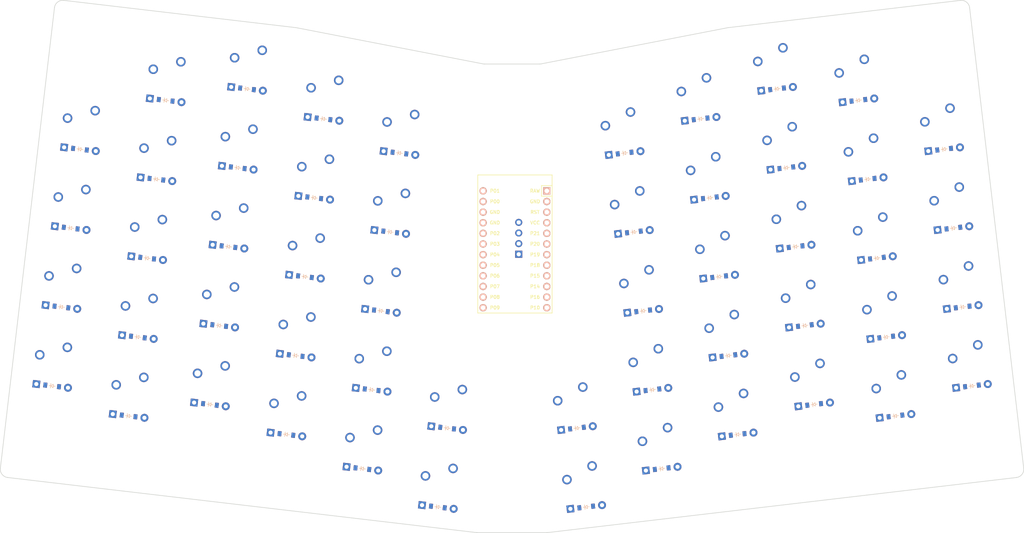
<source format=kicad_pcb>
(kicad_pcb (version 20240108) (generator "pcbnew") (generator_version "8.0")
  (title_block (title "niu") (rev "v1.0.0") (company "Unknown"))
  (layers (0 "F.Cu" signal) (31 "B.Cu" signal) (34 "B.Paste" user) (35 "F.Paste" user) (36 "B.SilkS" user "B.Silkscreen") (37 "F.SilkS" user "F.Silkscreen") (38 "B.Mask" user) (39 "F.Mask" user) (44 "Edge.Cuts" user))
  (net 0 "")
  (net 1 "pinky_home")
  (net 2 "D2")
  (net 3 "pinky_top")
  (net 4 "pinky_num")
  (net 5 "pinky_mid")
  (net 6 "ring_bottom")
  (net 7 "D3")
  (net 8 "ring_home")
  (net 9 "ring_top")
  (net 10 "ring_num")
  (net 11 "ring_mid")
  (net 12 "middle_bottom")
  (net 13 "D4")
  (net 14 "middle_home")
  (net 15 "middle_top")
  (net 16 "middle_num")
  (net 17 "middle_mid")
  (net 18 "index_bottom")
  (net 19 "C6")
  (net 20 "index_home")
  (net 21 "index_top")
  (net 22 "index_num")
  (net 23 "index_mid")
  (net 24 "inner_bottom")
  (net 25 "D7")
  (net 26 "inner_home")
  (net 27 "inner_top")
  (net 28 "inner_num")
  (net 29 "inner_mid")
  (net 30 "thumb_bottom")
  (net 31 "B5")
  (net 32 "thumb_home")
  (net 33 "mirror_pinky_home")
  (net 34 "F4")
  (net 35 "mirror_pinky_top")
  (net 36 "mirror_pinky_num")
  (net 37 "mirror_pinky_mid")
  (net 38 "mirror_ring_bottom")
  (net 39 "F5")
  (net 40 "mirror_ring_home")
  (net 41 "mirror_ring_top")
  (net 42 "mirror_ring_num")
  (net 43 "mirror_ring_mid")
  (net 44 "mirror_middle_bottom")
  (net 45 "F6")
  (net 46 "mirror_middle_home")
  (net 47 "mirror_middle_top")
  (net 48 "mirror_middle_num")
  (net 49 "mirror_middle_mid")
  (net 50 "mirror_index_bottom")
  (net 51 "F7")
  (net 52 "mirror_index_home")
  (net 53 "mirror_index_top")
  (net 54 "mirror_index_num")
  (net 55 "mirror_index_mid")
  (net 56 "mirror_inner_bottom")
  (net 57 "B1")
  (net 58 "mirror_inner_home")
  (net 59 "mirror_inner_top")
  (net 60 "mirror_inner_num")
  (net 61 "mirror_inner_mid")
  (net 62 "mirror_thumb_bottom")
  (net 63 "mirror_thumb_home")
  (net 64 "RAW")
  (net 65 "GND")
  (net 66 "RST")
  (net 67 "VCC")
  (net 68 "P21")
  (net 69 "P20")
  (net 70 "P19")
  (net 71 "P18")
  (net 72 "P15")
  (net 73 "P14")
  (net 74 "P16")
  (net 75 "P10")
  (net 76 "P1")
  (net 77 "P0")
  (net 78 "P2")
  (net 79 "P3")
  (net 80 "P4")
  (net 81 "P5")
  (net 82 "P6")
  (net 83 "P7")
  (net 84 "P8")
  (net 85 "P9")
  (net 86 "B4")
  (net 87 "B2")
  (net 88 "B3")
  (net 89 "B6")
  (net 90 "E6")
  (net 91 "D1")
  (net 92 "D0")
  (footprint "ComboDiode" (layer "F.Cu") (at 313.840249 138.082506 6.7)
    (property "Reference" "D28" (hide yes))
    (property "Value" "" (hide yes))
    (pad "1" thru_hole rect (at -3.81 0.000001 6.7) (size 1.778 1.778) (drill 0.9906) (layers "*.Cu" "*.Mask") (net 87 "B2"))
    (pad "1" smd rect (at -1.65 0 6.7) (size 0.9 1.2) (layers "F.Cu" "F.Paste" "F.Mask") (net 87 "B2"))
    (pad "1" smd rect (at -1.65 0 6.7) (size 0.9 1.2) (layers "B.Cu" "B.Paste" "B.Mask") (net 87 "B2"))
    (pad "2" smd rect (at 1.65 0 6.7) (size 0.9 1.2) (layers "F.Cu" "F.Paste" "F.Mask") (net 35 "mirror_pinky_top"))
    (pad "2" smd rect (at 1.65 0 6.7) (size 0.9 1.2) (layers "B.Cu" "B.Paste" "B.Mask") (net 35 "mirror_pinky_top"))
    (pad "2" thru_hole circle (at 3.81 -0.000001 6.7) (size 1.905 1.905) (drill 0.9906) (layers "*.Cu" "*.Mask") (net 35 "mirror_pinky_top"))
  )
  (footprint "MX" (layer "F.Cu") (at 259.504602 164.099566 6.7)
    (property "Reference" "S41" (hide yes))
    (property "Value" "" (hide yes))
    (pad "" np_thru_hole circle (at -5.08 0) (size 1.7018 1.7018) (drill 1.7018) (layers "*.Cu" "*.Mask"))
    (pad "" np_thru_hole circle (at 0 0) (size 3.9878 3.9878) (drill 3.9878) (layers "*.Cu" "*.Mask"))
    (pad "" np_thru_hole circle (at 5.08 0) (size 1.7018 1.7018) (drill 1.7018) (layers "*.Cu" "*.Mask"))
    (pad "1" thru_hole circle (at 2.54 -5.08) (size 2.286 2.286) (drill 1.4986) (layers "*.Cu" "*.Mask") (net 50 "mirror_index_bottom"))
    (pad "2" thru_hole circle (at -3.81 -2.54) (size 2.286 2.286) (drill 1.4986) (layers "*.Cu" "*.Mask") (net 51 "F7"))
  )
  (footprint "MX" (layer "F.Cu") (at 101.029698 114.742996 -6.7)
    (property "Reference" "S3" (hide yes))
    (property "Value" "" (hide yes))
    (pad "" np_thru_hole circle (at -5.08 0) (size 1.7018 1.7018) (drill 1.7018) (layers "*.Cu" "*.Mask"))
    (pad "" np_thru_hole circle (at 0 0) (size 3.9878 3.9878) (drill 3.9878) (layers "*.Cu" "*.Mask"))
    (pad "" np_thru_hole circle (at 5.08 0) (size 1.7018 1.7018) (drill 1.7018) (layers "*.Cu" "*.Mask"))
    (pad "1" thru_hole circle (at 2.54 -5.08) (size 2.286 2.286) (drill 1.4986) (layers "*.Cu" "*.Mask") (net 4 "pinky_num"))
    (pad "2" thru_hole circle (at -3.81 -2.54) (size 2.286 2.286) (drill 1.4986) (layers "*.Cu" "*.Mask") (net 2 "D2"))
  )
  (footprint "MX" (layer "F.Cu") (at 257.287858 145.229324 6.7)
    (property "Reference" "S42" (hide yes))
    (property "Value" "" (hide yes))
    (pad "" np_thru_hole circle (at -5.08 0) (size 1.7018 1.7018) (drill 1.7018) (layers "*.Cu" "*.Mask"))
    (pad "" np_thru_hole circle (at 0 0) (size 3.9878 3.9878) (drill 3.9878) (layers "*.Cu" "*.Mask"))
    (pad "" np_thru_hole circle (at 5.08 0) (size 1.7018 1.7018) (drill 1.7018) (layers "*.Cu" "*.Mask"))
    (pad "1" thru_hole circle (at 2.54 -5.08) (size 2.286 2.286) (drill 1.4986) (layers "*.Cu" "*.Mask") (net 52 "mirror_index_home"))
    (pad "2" thru_hole circle (at -3.81 -2.54) (size 2.286 2.286) (drill 1.4986) (layers "*.Cu" "*.Mask") (net 51 "F7"))
  )
  (footprint "ComboDiode" (layer "F.Cu") (at 269.449532 85.905267 6.7)
    (property "Reference" "D40" (hide yes))
    (property "Value" "" (hide yes))
    (pad "1" thru_hole rect (at -3.81 0.000001 6.7) (size 1.778 1.778) (drill 0.9906) (layers "*.Cu" "*.Mask") (net 89 "B6"))
    (pad "1" smd rect (at -1.65 0 6.7) (size 0.9 1.2) (layers "F.Cu" "F.Paste" "F.Mask") (net 89 "B6"))
    (pad "1" smd rect (at -1.65 0 6.7) (size 0.9 1.2) (layers "B.Cu" "B.Paste" "B.Mask") (net 89 "B6"))
    (pad "2" smd rect (at 1.65 0 6.7) (size 0.9 1.2) (layers "F.Cu" "F.Paste" "F.Mask") (net 49 "mirror_middle_mid"))
    (pad "2" smd rect (at 1.65 0 6.7) (size 0.9 1.2) (layers "B.Cu" "B.Paste" "B.Mask") (net 49 "mirror_middle_mid"))
    (pad "2" thru_hole circle (at 3.81 -0.000001 6.7) (size 1.905 1.905) (drill 0.9906) (layers "*.Cu" "*.Mask") (net 49 "mirror_middle_mid"))
  )
  (footprint "ComboDiode" (layer "F.Cu") (at 138.245164 123.645752 -6.7)
    (property "Reference" "D12" (hide yes))
    (property "Value" "" (hide yes))
    (pad "1" thru_hole rect (at -3.81 -0.000001 353.3) (size 1.778 1.778) (drill 0.9906) (layers "*.Cu" "*.Mask") (net 87 "B2"))
    (pad "1" smd rect (at -1.65 0 353.3) (size 0.9 1.2) (layers "F.Cu" "F.Paste" "F.Mask") (net 87 "B2"))
    (pad "1" smd rect (at -1.65 0 353.3) (size 0.9 1.2) (layers "B.Cu" "B.Paste" "B.Mask") (net 87 "B2"))
    (pad "2" smd rect (at 1.65 0 353.3) (size 0.9 1.2) (layers "F.Cu" "F.Paste" "F.Mask") (net 15 "middle_top"))
    (pad "2" smd rect (at 1.65 0 353.3) (size 0.9 1.2) (layers "B.Cu" "B.Paste" "B.Mask") (net 15 "middle_top"))
    (pad "2" thru_hole circle (at 3.81 0.000001 353.3) (size 1.905 1.905) (drill 0.9906) (layers "*.Cu" "*.Mask") (net 15 "middle_top"))
  )
  (footprint "MX" (layer "F.Cu") (at 117.099843 140.795836 -6.7)
    (property "Reference" "S6" (hide yes))
    (property "Value" "" (hide yes))
    (pad "" np_thru_hole circle (at -5.08 0) (size 1.7018 1.7018) (drill 1.7018) (layers "*.Cu" "*.Mask"))
    (pad "" np_thru_hole circle (at 0 0) (size 3.9878 3.9878) (drill 3.9878) (layers "*.Cu" "*.Mask"))
    (pad "" np_thru_hole circle (at 5.08 0) (size 1.7018 1.7018) (drill 1.7018) (layers "*.Cu" "*.Mask"))
    (pad "1" thru_hole circle (at 2.54 -5.08) (size 2.286 2.286) (drill 1.4986) (layers "*.Cu" "*.Mask") (net 8 "ring_home"))
    (pad "2" thru_hole circle (at -3.81 -2.54) (size 2.286 2.286) (drill 1.4986) (layers "*.Cu" "*.Mask") (net 7 "D3"))
  )
  (footprint "MX" (layer "F.Cu") (at 161.490559 88.618597 -6.7)
    (property "Reference" "S19" (hide yes))
    (property "Value" "" (hide yes))
    (pad "" np_thru_hole circle (at -5.08 0) (size 1.7018 1.7018) (drill 1.7018) (layers "*.Cu" "*.Mask"))
    (pad "" np_thru_hole circle (at 0 0) (size 3.9878 3.9878) (drill 3.9878) (layers "*.Cu" "*.Mask"))
    (pad "" np_thru_hole circle (at 5.08 0) (size 1.7018 1.7018) (drill 1.7018) (layers "*.Cu" "*.Mask"))
    (pad "1" thru_hole circle (at 2.54 -5.08) (size 2.286 2.286) (drill 1.4986) (layers "*.Cu" "*.Mask") (net 23 "index_mid"))
    (pad "2" thru_hole circle (at -3.81 -2.54) (size 2.286 2.286) (drill 1.4986) (layers "*.Cu" "*.Mask") (net 19 "C6"))
  )
  (footprint "ComboDiode" (layer "F.Cu") (at 273.88302 123.645752 6.7)
    (property "Reference" "D38" (hide yes))
    (property "Value" "" (hide yes))
    (pad "1" thru_hole rect (at -3.81 0.000001 6.7) (size 1.778 1.778) (drill 0.9906) (layers "*.Cu" "*.Mask") (net 87 "B2"))
    (pad "1" smd rect (at -1.65 0 6.7) (size 0.9 1.2) (layers "F.Cu" "F.Paste" "F.Mask") (net 87 "B2"))
    (pad "1" smd rect (at -1.65 0 6.7) (size 0.9 1.2) (layers "B.Cu" "B.Paste" "B.Mask") (net 87 "B2"))
    (pad "2" smd rect (at 1.65 0 6.7) (size 0.9 1.2) (layers "F.Cu" "F.Paste" "F.Mask") (net 47 "mirror_middle_top"))
    (pad "2" smd rect (at 1.65 0 6.7) (size 0.9 1.2) (layers "B.Cu" "B.Paste" "B.Mask") (net 47 "mirror_middle_top"))
    (pad "2" thru_hole circle (at 3.81 -0.000001 6.7) (size 1.905 1.905) (drill 0.9906) (layers "*.Cu" "*.Mask") (net 47 "mirror_middle_top"))
  )
  (footprint "ComboDiode" (layer "F.Cu") (at 251.162644 93.087864 6.7)
    (property "Reference" "D45" (hide yes))
    (property "Value" "" (hide yes))
    (pad "1" thru_hole rect (at -3.81 0.000001 6.7) (size 1.778 1.778) (drill 0.9906) (layers "*.Cu" "*.Mask") (net 89 "B6"))
    (pad "1" smd rect (at -1.65 0 6.7) (size 0.9 1.2) (layers "F.Cu" "F.Paste" "F.Mask") (net 89 "B6"))
    (pad "1" smd rect (at -1.65 0 6.7) (size 0.9 1.2) (layers "B.Cu" "B.Paste" "B.Mask") (net 89 "B6"))
    (pad "2" smd rect (at 1.65 0 6.7) (size 0.9 1.2) (layers "F.Cu" "F.Paste" "F.Mask") (net 55 "mirror_index_mid"))
    (pad "2" smd rect (at 1.65 0 6.7) (size 0.9 1.2) (layers "B.Cu" "B.Paste" "B.Mask") (net 55 "mirror_index_mid"))
    (pad "2" thru_hole circle (at 3.81 -0.000001 6.7) (size 1.905 1.905) (drill 0.9906) (layers "*.Cu" "*.Mask") (net 55 "mirror_index_mid"))
  )
  (footprint "MX" (layer "F.Cu") (at 138.770183 119.176484 -6.7)
    (property "Reference" "S12" (hide yes))
    (property "Value" "" (hide yes))
    (pad "" np_thru_hole circle (at -5.08 0) (size 1.7018 1.7018) (drill 1.7018) (layers "*.Cu" "*.Mask"))
    (pad "" np_thru_hole circle (at 0 0) (size 3.9878 3.9878) (drill 3.9878) (layers "*.Cu" "*.Mask"))
    (pad "" np_thru_hole circle (at 5.08 0) (size 1.7018 1.7018) (drill 1.7018) (layers "*.Cu" "*.Mask"))
    (pad "1" thru_hole circle (at 2.54 -5.08) (size 2.286 2.286) (drill 1.4986) (layers "*.Cu" "*.Mask") (net 15 "middle_top"))
    (pad "2" thru_hole circle (at -3.81 -2.54) (size 2.286 2.286) (drill 1.4986) (layers "*.Cu" "*.Mask") (net 13 "D4"))
  )
  (footprint "ComboDiode" (layer "F.Cu") (at 172.485527 157.874359 -6.7)
    (property "Reference" "D21" (hide yes))
    (property "Value" "" (hide yes))
    (pad "1" thru_hole rect (at -3.81 -0.000001 353.3) (size 1.778 1.778) (drill 0.9906) (layers "*.Cu" "*.Mask") (net 86 "B4"))
    (pad "1" smd rect (at -1.65 0 353.3) (size 0.9 1.2) (layers "F.Cu" "F.Paste" "F.Mask") (net 86 "B4"))
    (pad "1" smd rect (at -1.65 0 353.3) (size 0.9 1.2) (layers "B.Cu" "B.Paste" "B.Mask") (net 86 "B4"))
    (pad "2" smd rect (at 1.65 0 353.3) (size 0.9 1.2) (layers "F.Cu" "F.Paste" "F.Mask") (net 26 "inner_home"))
    (pad "2" smd rect (at 1.65 0 353.3) (size 0.9 1.2) (layers "B.Cu" "B.Paste" "B.Mask") (net 26 "inner_home"))
    (pad "2" thru_hole circle (at 3.81 0.000001 353.3) (size 1.905 1.905) (drill 0.9906) (layers "*.Cu" "*.Mask") (net 26 "inner_home"))
  )
  (footprint "ComboDiode" (layer "F.Cu") (at 158.748797 111.958107 -6.7)
    (property "Reference" "D18" (hide yes))
    (property "Value" "" (hide yes))
    (pad "1" thru_hole rect (at -3.81 -0.000001 353.3) (size 1.778 1.778) (drill 0.9906) (layers "*.Cu" "*.Mask") (net 88 "B3"))
    (pad "1" smd rect (at -1.65 0 353.3) (size 0.9 1.2) (layers "F.Cu" "F.Paste" "F.Mask") (net 88 "B3"))
    (pad "1" smd rect (at -1.65 0 353.3) (size 0.9 1.2) (layers "B.Cu" "B.Paste" "B.Mask") (net 88 "B3"))
    (pad "2" smd rect (at 1.65 0 353.3) (size 0.9 1.2) (layers "F.Cu" "F.Paste" "F.Mask") (net 22 "index_num"))
    (pad "2" smd rect (at 1.65 0 353.3) (size 0.9 1.2) (layers "B.Cu" "B.Paste" "B.Mask") (net 22 "index_num"))
    (pad "2" thru_hole circle (at 3.81 0.000001 353.3) (size 1.905 1.905) (drill 0.9906) (layers "*.Cu" "*.Mask") (net 22 "index_num"))
  )
  (footprint "MX" (layer "F.Cu") (at 136.553439 138.046726 -6.7)
    (property "Reference" "S11" (hide yes))
    (property "Value" "" (hide yes))
    (pad "" np_thru_hole circle (at -5.08 0) (size 1.7018 1.7018) (drill 1.7018) (layers "*.Cu" "*.Mask"))
    (pad "" np_thru_hole circle (at 0 0) (size 3.9878 3.9878) (drill 3.9878) (layers "*.Cu" "*.Mask"))
    (pad "" np_thru_hole circle (at 5.08 0) (size 1.7018 1.7018) (drill 1.7018) (layers "*.Cu" "*.Mask"))
    (pad "1" thru_hole circle (at 2.54 -5.08) (size 2.286 2.286) (drill 1.4986) (layers "*.Cu" "*.Mask") (net 14 "middle_home"))
    (pad "2" thru_hole circle (at -3.81 -2.54) (size 2.286 2.286) (drill 1.4986) (layers "*.Cu" "*.Mask") (net 13 "D4"))
  )
  (footprint "ComboDiode" (layer "F.Cu") (at 257.812876 149.698591 6.7)
    (property "Reference" "D42" (hide yes))
    (property "Value" "" (hide yes))
    (pad "1" thru_hole rect (at -3.81 0.000001 6.7) (size 1.778 1.778) (drill 0.9906) (layers "*.Cu" "*.Mask") (net 86 "B4"))
    (pad "1" smd rect (at -1.65 0 6.7) (size 0.9 1.2) (layers "F.Cu" "F.Paste" "F.Mask") (net 86 "B4"))
    (pad "1" smd rect (at -1.65 0 6.7) (size 0.9 1.2) (layers "B.Cu" "B.Paste" "B.Mask") (net 86 "B4"))
    (pad "2" smd rect (at 1.65 0 6.7) (size 0.9 1.2) (layers "F.Cu" "F.Paste" "F.Mask") (net 52 "mirror_index_home"))
    (pad "2" smd rect (at 1.65 0 6.7) (size 0.9 1.2) (layers "B.Cu" "B.Paste" "B.Mask") (net 52 "mirror_index_home"))
    (pad "2" thru_hole circle (at 3.81 -0.000001 6.7) (size 1.905 1.905) (drill 0.9906) (layers "*.Cu" "*.Mask") (net 52 "mirror_index_home"))
  )
  (footprint "MX" (layer "F.Cu") (at 250.637625 88.618597 6.7)
    (property "Reference" "S45" (hide yes))
    (property "Value" "" (hide yes))
    (pad "" np_thru_hole circle (at -5.08 0) (size 1.7018 1.7018) (drill 1.7018) (layers "*.Cu" "*.Mask"))
    (pad "" np_thru_hole circle (at 0 0) (size 3.9878 3.9878) (drill 3.9878) (layers "*.Cu" "*.Mask"))
    (pad "" np_thru_hole circle (at 5.08 0) (size 1.7018 1.7018) (drill 1.7018) (layers "*.Cu" "*.Mask"))
    (pad "1" thru_hole circle (at 2.54 -5.08) (size 2.286 2.286) (drill 1.4986) (layers "*.Cu" "*.Mask") (net 55 "mirror_index_mid"))
    (pad "2" thru_hole circle (at -3.81 -2.54) (size 2.286 2.286) (drill 1.4986) (layers "*.Cu" "*.Mask") (net 51 "F7"))
  )
  (footprint "MX" (layer "F.Cu") (at 121.533331 103.055351 -6.7)
    (property "Reference" "S8" (hide yes))
    (property "Value" "" (hide yes))
    (pad "" np_thru_hole circle (at -5.08 0) (size 1.7018 1.7018) (drill 1.7018) (layers "*.Cu" "*.Mask"))
    (pad "" np_thru_hole circle (at 0 0) (size 3.9878 3.9878) (drill 3.9878) (layers "*.Cu" "*.Mask"))
    (pad "" np_thru_hole circle (at 5.08 0) (size 1.7018 1.7018) (drill 1.7018) (layers "*.Cu" "*.Mask"))
    (pad "1" thru_hole circle (at 2.54 -5.08) (size 2.286 2.286) (drill 1.4986) (layers "*.Cu" "*.Mask") (net 10 "ring_num"))
    (pad "2" thru_hole circle (at -3.81 -2.54) (size 2.286 2.286) (drill 1.4986) (layers "*.Cu" "*.Mask") (net 7 "D3"))
  )
  (footprint "MX" (layer "F.Cu") (at 295.028342 140.795836 6.7)
    (property "Reference" "S32" (hide yes))
    (property "Value" "" (hide yes))
    (pad "" np_thru_hole circle (at -5.08 0) (size 1.7018 1.7018) (drill 1.7018) (layers "*.Cu" "*.Mask"))
    (pad "" np_thru_hole circle (at 0 0) (size 3.9878 3.9878) (drill 3.9878) (layers "*.Cu" "*.Mask"))
    (pad "" np_thru_hole circle (at 5.08 0) (size 1.7018 1.7018) (drill 1.7018) (layers "*.Cu" "*.Mask"))
    (pad "1" thru_hole circle (at 2.54 -5.08) (size 2.286 2.286) (drill 1.4986) (layers "*.Cu" "*.Mask") (net 40 "mirror_ring_home"))
    (pad "2" thru_hole circle (at -3.81 -2.54) (size 2.286 2.286) (drill 1.4986) (layers "*.Cu" "*.Mask") (net 39 "F5"))
  )
  (footprint "MX" (layer "F.Cu") (at 315.531975 152.483481 6.7)
    (property "Reference" "S27" (hide yes))
    (property "Value" "" (hide yes))
    (pad "" np_thru_hole circle (at -5.08 0) (size 1.7018 1.7018) (drill 1.7018) (layers "*.Cu" "*.Mask"))
    (pad "" np_thru_hole circle (at 0 0) (size 3.9878 3.9878) (drill 3.9878) (layers "*.Cu" "*.Mask"))
    (pad "" np_thru_hole circle (at 5.08 0) (size 1.7018 1.7018) (drill 1.7018) (layers "*.Cu" "*.Mask"))
    (pad "1" thru_hole circle (at 2.54 -5.08) (size 2.286 2.286) (drill 1.4986) (layers "*.Cu" "*.Mask") (net 33 "mirror_pinky_home"))
    (pad "2" thru_hole circle (at -3.81 -2.54) (size 2.286 2.286) (drill 1.4986) (layers "*.Cu" "*.Mask") (net 34 "F4"))
  )
  (footprint "ComboDiode" (layer "F.Cu") (at 170.268783 176.744602 -6.7)
    (property "Reference" "D20" (hide yes))
    (property "Value" "" (hide yes))
    (pad "1" thru_hole rect (at -3.81 -0.000001 353.3) (size 1.778 1.778) (drill 0.9906) (layers "*.Cu" "*.Mask") (net 90 "E6"))
    (pad "1" smd rect (at -1.65 0 353.3) (size 0.9 1.2) (layers "F.Cu" "F.Paste" "F.Mask") (net 90 "E6"))
    (pad "1" smd rect (at -1.65 0 353.3) (size 0.9 1.2) (layers "B.Cu" "B.Paste" "B.Mask") (net 90 "E6"))
    (pad "2" smd rect (at 1.65 0 353.3) (size 0.9 1.2) (layers "F.Cu" "F.Paste" "F.Mask") (net 24 "inner_bottom"))
    (pad "2" smd rect (at 1.65 0 353.3) (size 0.9 1.2) (layers "B.Cu" "B.Paste" "B.Mask") (net 24 "inner_bottom"))
    (pad "2" thru_hole circle (at 3.81 0.000001 353.3) (size 1.905 1.905) (drill 0.9906) (layers "*.Cu" "*.Mask") (net 24 "inner_bottom"))
  )
  (footprint "ComboDiode" (layer "F.Cu") (at 232.992426 101.263632 6.7)
    (property "Reference" "D50" (hide yes))
    (property "Value" "" (hide yes))
    (pad "1" thru_hole rect (at -3.81 0.000001 6.7) (size 1.778 1.778) (drill 0.9906) (layers "*.Cu" "*.Mask") (net 89 "B6"))
    (pad "1" smd rect (at -1.65 0 6.7) (size 0.9 1.2) (layers "F.Cu" "F.Paste" "F.Mask") (net 89 "B6"))
    (pad "1" smd rect (at -1.65 0 6.7) (size 0.9 1.2) (layers "B.Cu" "B.Paste" "B.Mask") (net 89 "B6"))
    (pad "2" smd rect (at 1.65 0 6.7) (size 0.9 1.2) (layers "F.Cu" "F.Paste" "F.Mask") (net 61 "mirror_inner_mid"))
    (pad "2" smd rect (at 1.65 0 6.7) (size 0.9 1.2) (layers "B.Cu" "B.Paste" "B.Mask") (net 61 "mirror_inner_mid"))
    (pad "2" thru_hole circle (at 3.81 -0.000001 6.7) (size 1.905 1.905) (drill 0.9906) (layers "*.Cu" "*.Mask") (net 61 "mirror_inner_mid"))
  )
  (footprint "MX" (layer "F.Cu") (at 123.750075 84.185108 -6.7)
    (property "Reference" "S9" (hide yes))
    (property "Value" "" (hide yes))
    (pad "" np_thru_hole circle (at -5.08 0) (size 1.7018 1.7018) (drill 1.7018) (layers "*.Cu" "*.Mask"))
    (pad "" np_thru_hole circle (at 0 0) (size 3.9878 3.9878) (drill 3.9878) (layers "*.Cu" "*.Mask"))
    (pad "" np_thru_hole circle (at 5.08 0) (size 1.7018 1.7018) (drill 1.7018) (layers "*.Cu" "*.Mask"))
    (pad "1" thru_hole circle (at 2.54 -5.08) (size 2.286 2.286) (drill 1.4986) (layers "*.Cu" "*.Mask") (net 11 "ring_mid"))
    (pad "2" thru_hole circle (at -3.81 -2.54) (size 2.286 2.286) (drill 1.4986) (layers "*.Cu" "*.Mask") (net 7 "D3"))
  )
  (footprint "MX" (layer "F.Cu") (at 288.37811 84.185108 6.7)
    (property "Reference" "S35" (hide yes))
    (property "Value" "" (hide yes))
    (pad "" np_thru_hole circle (at -5.08 0) (size 1.7018 1.7018) (drill 1.7018) (layers "*.Cu" "*.Mask"))
    (pad "" np_thru_hole circle (at 0 0) (size 3.9878 3.9878) (drill 3.9878) (layers "*.Cu" "*.Mask"))
    (pad "" np_thru_hole circle (at 5.08 0) (size 1.7018 1.7018) (drill 1.7018) (layers "*.Cu" "*.Mask"))
    (pad "1" thru_hole circle (at 2.54 -5.08) (size 2.286 2.286) (drill 1.4986) (layers "*.Cu" "*.Mask") (net 43 "mirror_ring_mid"))
    (pad "2" thru_hole circle (at -3.81 -2.54) (size 2.286 2.286) (drill 1.4986) (layers "*.Cu" "*.Mask") (net 39 "F5"))
  )
  (footprint "MX" (layer "F.Cu") (at 268.924514 81.435999 6.7)
    (property "Reference" "S40" (hide yes))
    (property "Value" "" (hide yes))
    (pad "" np_thru_hole circle (at -5.08 0) (size 1.7018 1.7018) (drill 1.7018) (layers "*.Cu" "*.Mask"))
    (pad "" np_thru_hole circle (at 0 0) (size 3.9878 3.9878) (drill 3.9878) (layers "*.Cu" "*.Mask"))
    (pad "" np_thru_hole circle (at 5.08 0) (size 1.7018 1.7018) (drill 1.7018) (layers "*.Cu" "*.Mask"))
    (pad "1" thru_hole circle (at 2.54 -5.08) (size 2.286 2.286) (drill 1.4986) (layers "*.Cu" "*.Mask") (net 49 "mirror_middle_mid"))
    (pad "2" thru_hole circle (at -3.81 -2.54) (size 2.286 2.286) (drill 1.4986) (layers "*.Cu" "*.Mask") (net 45 "F6"))
  )
  (footprint "MX" (layer "F.Cu") (at 236.900896 134.534849 6.7)
    (property "Reference" "S48" (hide yes))
    (property "Value" "" (hide yes))
    (pad "" np_thru_hole circle (at -5.08 0) (size 1.7018 1.7018) (drill 1.7018) (layers "*.Cu" "*.Mask"))
    (pad "" np_thru_hole circle (at 0 0) (size 3.9878 3.9878) (drill 3.9878) (layers "*.Cu" "*.Mask"))
    (pad "" np_thru_hole circle (at 5.08 0) (size 1.7018 1.7018) (drill 1.7018) (layers "*.Cu" "*.Mask"))
    (pad "1" thru_hole circle (at 2.54 -5.08) (size 2.286 2.286) (drill 1.4986) (layers "*.Cu" "*.Mask") (net 59 "mirror_inner_top"))
    (pad "2" thru_hole circle (at -3.81 -2.54) (size 2.286 2.286) (drill 1.4986) (layers "*.Cu" "*.Mask") (net 57 "B1"))
  )
  (footprint "ComboDiode" (layer "F.Cu") (at 190.539074 167.043298 -6.7)
    (property "Reference" "D26" (hide yes))
    (property "Value" "" (hide yes))
    (pad "1" thru_hole rect (at -3.81 -0.000001 353.3) (size 1.778 1.778) (drill 0.9906) (layers "*.Cu" "*.Mask") (net 86 "B4"))
    (pad "1" smd rect (at -1.65 0 353.3) (size 0.9 1.2) (layers "F.Cu" "F.Paste" "F.Mask") (net 86 "B4"))
    (pad "1" smd rect (at -1.65 0 353.3) (size 0.9 1.2) (layers "B.Cu" "B.Paste" "B.Mask") (net 86 "B4"))
    (pad "2" smd rect (at 1.65 0 353.3) (size 0.9 1.2) (layers "F.Cu" "F.Paste" "F.Mask") (net 32 "thumb_home"))
    (pad "2" smd rect (at 1.65 0 353.3) (size 0.9 1.2) (layers "B.Cu" "B.Paste" "B.Mask") (net 32 "thumb_home"))
    (pad "2" thru_hole circle (at 3.81 0.000001 353.3) (size 1.905 1.905) (drill 0.9906) (layers "*.Cu" "*.Mask") (net 32 "thumb_home"))
  )
  (footprint "ComboDiode" (layer "F.Cu") (at 140.461908 104.77551 -6.7)
    (property "Reference" "D13" (hide yes))
    (property "Value" "" (hide yes))
    (pad "1" thru_hole rect (at -3.81 -0.000001 353.3) (size 1.778 1.778) (drill 0.9906) (layers "*.Cu" "*.Mask") (net 88 "B3"))
    (pad "1" smd rect (at -1.65 0 353.3) (size 0.9 1.2) (layers "F.Cu" "F.Paste" "F.Mask") (net 88 "B3"))
    (pad "1" smd rect (at -1.65 0 353.3) (size 0.9 1.2) (layers "B.Cu" "B.Paste" "B.Mask") (net 88 "B3"))
    (pad "2" smd rect (at 1.65 0 353.3) (size 0.9 1.2) (layers "F.Cu" "F.Paste" "F.Mask") (net 16 "middle_num"))
    (pad "2" smd rect (at 1.65 0 353.3) (size 0.9 1.2) (layers "B.Cu" "B.Paste" "B.Mask") (net 16 "middle_num"))
    (pad "2" thru_hole circle (at 3.81 0.000001 353.3) (size 1.905 1.905) (drill 0.9906) (layers "*.Cu" "*.Mask") (net 16 "middle_num"))
  )
  (footprint "MX" (layer "F.Cu") (at 234.684152 115.664607 6.7)
    (property "Reference" "S49" (hide yes))
    (property "Value" "" (hide yes))
    (pad "" np_thru_hole circle (at -5.08 0) (size 1.7018 1.7018) (drill 1.7018) (layers "*.Cu" "*.Mask"))
    (pad "" np_thru_hole circle (at 0 0) (size 3.9878 3.9878) (drill 3.9878) (layers "*.Cu" "*.Mask"))
    (pad "" np_thru_hole circle (at 5.08 0) (size 1.7018 1.7018) (drill 1.7018) (layers "*.Cu" "*.Mask"))
    (pad "1" thru_hole circle (at 2.54 -5.08) (size 2.286 2.286) (drill 1.4986) (layers "*.Cu" "*.Mask") (net 60 "mirror_inner_num"))
    (pad "2" thru_hole circle (at -3.81 -2.54) (size 2.286 2.286) (drill 1.4986) (layers "*.Cu" "*.Mask") (net 57 "B1"))
  )
  (footprint "MX" (layer "F.Cu") (at 292.811598 121.925593 6.7)
    (property "Reference" "S33" (hide yes))
    (property "Value" "" (hide yes))
    (pad "" np_thru_hole circle (at -5.08 0) (size 1.7018 1.7018) (drill 1.7018) (layers "*.Cu" "*.Mask"))
    (pad "" np_thru_hole circle (at 0 0) (size 3.9878 3.9878) (drill 3.9878) (layers "*.Cu" "*.Mask"))
    (pad "" np_thru_hole circle (at 5.08 0) (size 1.7018 1.7018) (drill 1.7018) (layers "*.Cu" "*.Mask"))
    (pad "1" thru_hole circle (at 2.54 -5.08) (size 2.286 2.286) (drill 1.4986) (layers "*.Cu" "*.Mask") (net 41 "mirror_ring_top"))
    (pad "2" thru_hole circle (at -3.81 -2.54) (size 2.286 2.286) (drill 1.4986) (layers "*.Cu" "*.Mask") (net 39 "F5"))
  )
  (footprint "MX" (layer "F.Cu") (at 188.847348 181.444272 -6.7)
    (property "Reference" "S25" (hide yes))
    (property "Value" "" (hide yes))
    (pad "" np_thru_hole circle (at -5.08 0) (size 1.7018 1.7018) (drill 1.7018) (layers "*.Cu" "*.Mask"))
    (pad "" np_thru_hole circle (at 0 0) (size 3.9878 3.9878) (drill 3.9878) (layers "*.Cu" "*.Mask"))
    (pad "" np_thru_hole circle (at 5.08 0) (size 1.7018 1.7018) (drill 1.7018) (layers "*.Cu" "*.Mask"))
    (pad "1" thru_hole circle (at 2.54 -5.08) (size 2.286 2.286) (drill 1.4986) (layers "*.Cu" "*.Mask") (net 30 "thumb_bottom"))
    (pad "2" thru_hole circle (at -3.81 -2.54) (size 2.286 2.286) (drill 1.4986) (layers "*.Cu" "*.Mask") (net 31 "B5"))
  )
  (footprint "ComboDiode" (layer "F.Cu") (at 133.811676 161.386237 -6.7)
    (property "Reference" "D10" (hide yes))
    (property "Value" "" (hide yes))
    (pad "1" thru_hole rect (at -3.81 -0.000001 353.3) (size 1.778 1.778) (drill 0.9906) (layers "*.Cu" "*.Mask") (net 90 "E6"))
    (pad "1" smd rect (at -1.65 0 353.3) (size 0.9 1.2) (layers "F.Cu" "F.Paste" "F.Mask") (net 90 "E6"))
    (pad "1" smd rect (at -1.65 0 353.3) (size 0.9 1.2) (layers "B.Cu" "B.Paste" "B.Mask") (net 90 "E6"))
    (pad "2" smd rect (at 1.65 0 353.3) (size 0.9 1.2) (layers "F.Cu" "F.Paste" "F.Mask") (net 12 "middle_bottom"))
    (pad "2" smd rect (at 1.65 0 353.3) (size 0.9 1.2) (layers "B.Cu" "B.Paste" "B.Mask") (net 12 "middle_bottom"))
    (pad "2" thru_hole circle (at 3.81 0.000001 353.3) (size 1.905 1.905) (drill 0.9906) (layers "*.Cu" "*.Mask") (net 12 "middle_bottom"))
  )
  (footprint "ComboDiode" (layer "F.Cu") (at 152.098565 168.568834 -6.7)
    (property "Reference" "D15" (hide yes))
    (property "Value" "" (hide yes))
    (pad "1" thru_hole rect (at -3.81 -0.000001 353.3) (size 1.778 1.778) (drill 0.9906) (layers "*.Cu" "*.Mask") (net 90 "E6"))
    (pad "1" smd rect (at -1.65 0 353.3) (size 0.9 1.2) (layers "F.Cu" "F.Paste" "F.Mask") (net 90 "E6"))
    (pad "1" smd rect (at -1.65 0 353.3) (size 0.9 1.2) (layers "B.Cu" "B.Paste" "B.Mask") (net 90 "E6"))
    (pad "2" smd rect (at 1.65 0 353.3) (size 0.9 1.2) (layers "F.Cu" "F.Paste" "F.Mask") (net 18 "index_bottom"))
    (pad "2" smd rect (at 1.65 0 353.3) (size 0.9 1.2) (layers "B.Cu" "B.Paste" "B.Mask") (net 18 "index_bottom"))
    (pad "2" thru_hole circle (at 3.81 0.000001 353.3) (size 1.905 1.905) (drill 0.9906) (layers "*.Cu" "*.Mask") (net 18 "index_bottom"))
  )
  (footprint "ComboDiode" (layer "F.Cu") (at 154.315309 149.698591 -6.7)
    (property "Reference" "D16" (hide yes))
    (property "Value" "" (hide yes))
    (pad "1" thru_hole rect (at -3.81 -0.000001 353.3) (size 1.778 1.778) (drill 0.9906) (layers "*.Cu" "*.Mask") (net 86 "B4"))
    (pad "1" smd rect (at -1.65 0 353.3) (size 0.9 1.2) (layers "F.Cu" "F.Paste" "F.Mask") (net 86 "B4"))
    (pad "1" smd rect (at -1.65 0 353.3) (size 0.9 1.2) (layers "B.Cu" "B.Paste" "B.Mask") (net 86 "B4"))
    (pad "2" smd rect (at 1.65 0 353.3) (size 0.9 1.2) (layers "F.Cu" "F.Paste" "F.Mask") (net 20 "index_home"))
    (pad "2" smd rect (at 1.65 0 353.3) (size 0.9 1.2) (layers "B.Cu" "B.Paste" "B.Mask") (net 20 "index_home"))
    (pad "2" thru_hole circle (at 3.81 0.000001 353.3) (size 1.905 1.905) (drill 0.9906) (layers "*.Cu" "*.Mask") (net 20 "index_home"))
  )
  (footprint "MX" (layer "F.Cu") (at 273.358002 119.176484 6.7)
    (property "Reference" "S38" (hide yes))
    (property "Value" "" (hide yes))
    (pad "" np_thru_hole circle (at -5.08 0) (size 1.7018 1.7018) (drill 1.7018) (layers "*.Cu" "*.Mask"))
    (pad "" np_thru_hole circle (at 0 0) (size 3.9878 3.9878) (drill 3.9878) (layers "*.Cu" "*.Mask"))
    (pad "" np_thru_hole circle (at 5.08 0) (size 1.7018 1.7018) (drill 1.7018) (layers "*.Cu" "*.Mask"))
    (pad "1" thru_hole circle (at 2.54 -5.08) (size 2.286 2.286) (drill 1.4986) (layers "*.Cu" "*.Mask") (net 47 "mirror_middle_top"))
    (pad "2" thru_hole circle (at -3.81 -2.54) (size 2.286 2.286) (drill 1.4986) (layers "*.Cu" "*.Mask") (net 45 "F6"))
  )
  (footprint "ComboDiode" (layer "F.Cu") (at 271.666276 104.77551 6.7)
    (property "Reference" "D39" (hide yes))
    (property "Value" "" (hide yes))
    (pad "1" thru_hole rect (at -3.81 0.000001 6.7) (size 1.778 1.778) (drill 0.9906) (layers "*.Cu" "*.Mask") (net 88 "B3"))
    (pad "1" smd rect (at -1.65 0 6.7) (size 0.9 1.2) (layers "F.Cu" "F.Paste" "F.Mask") (net 88 "B3"))
    (pad "1" smd rect (at -1.65 0 6.7) (size 0.9 1.2) (layers "B.Cu" "B.Paste" "B.Mask") (net 88 "B3"))
    (pad "2" smd rect (at 1.65 0 6.7) (size 0.9 1.2) (layers "F.Cu" "F.Paste" "F.Mask") (net 48 "mirror_middle_num"))
    (pad "2" smd rect (at 1.65 0 6.7) (size 0.9 1.2) (layers "B.Cu" "B.Paste" "B.Mask") (net 48 "mirror_middle_num"))
    (pad "2" thru_hole circle (at 3.81 -0.000001 6.7) (size 1.905 1.905) (drill 0.9906) (layers "*.Cu" "*.Mask") (net 48 "mirror_middle_num"))
  )
  (footprint "MX" (layer "F.Cu") (at 114.883099 159.666078 -6.7)
    (property "Reference" "S5" (hide yes))
    (property "Value" "" (hide yes))
    (pad "" np_thru_hole circle (at -5.08 0) (size 1.7018 1.7018) (drill 1.7018) (layers "*.Cu" "*.Mask"))
    (pad "" np_thru_hole circle (at 0 0) (size 3.9878 3.9878) (drill 3.9878) (layers "*.Cu" "*.Mask"))
    (pad "" np_thru_hole circle (at 5.08 0) (size 1.7018 1.7018) (drill 1.7018) (layers "*.Cu" "*.Mask"))
    (pad "1" thru_hole circle (at 2.54 -5.08) (size 2.286 2.286) (drill 1.4986) (layers "*.Cu" "*.Mask") (net 6 "ring_bottom"))
    (pad "2" thru_hole circle (at -3.81 -2.54) (size 2.286 2.286) (drill 1.4986) (layers "*.Cu" "*.Mask") (net 7 "D3"))
  )
  (footprint "ComboDiode" (layer "F.Cu") (at 276.099764 142.515994 6.7)
    (property "Reference" "D37" (hide yes))
    (property "Value" "" (hide yes))
    (pad "1" thru_hole rect (at -3.81 0.000001 6.7) (size 1.778 1.778) (drill 0.9906) (layers "*.Cu" "*.Mask") (net 86 "B4"))
    (pad "1" smd rect (at -1.65 0 6.7) (size 0.9 1.2) (layers "F.Cu" "F.Paste" "F.Mask") (net 86 "B4"))
    (pad "1" smd rect (at -1.65 0 6.7) (size 0.9 1.2) (layers "B.Cu" "B.Paste" "B.Mask") (net 86 "B4"))
    (pad "2" smd rect (at 1.65 0 6.7) (size 0.9 1.2) (layers "F.Cu" "F.Paste" "F.Mask") (net 46 "mirror_middle_home"))
    (pad "2" smd rect (at 1.65 0 6.7) (size 0.9 1.2) (layers "B.Cu" "B.Paste" "B.Mask") (net 46 "mirror_middle_home"))
    (pad "2" thru_hole circle (at 3.81 -0.000001 6.7) (size 1.905 1.905) (drill 0.9906) (layers "*.Cu" "*.Mask") (net 46 "mirror_middle_home"))
  )
  (footprint "ComboDiode" (layer "F.Cu") (at 309.406761 100.342021 6.7)
    (property "Reference" "D30" (hide yes))
    (property "Value" "" (hide yes))
    (pad "1" thru_hole rect (at -3.81 0.000001 6.7) (size 1.778 1.778) (drill 0.9906) (layers "*.Cu" "*.Mask") (net 89 "B6"))
    (pad "1" smd rect (at -1.65 0 6.7) (size 0.9 1.2) (layers "F.Cu" "F.Paste" "F.Mask") (net 89 "B6"))
    (pad "1" smd rect (at -1.65 0 6.7) (size 0.9 1.2) (layers "B.Cu" "B.Paste" "B.Mask") (net 89 "B6"))
    (pad "2" smd rect (at 1.65 0 6.7) (size 0.9 1.2) (layers "F.Cu" "F.Paste" "F.Mask") (net 37 "mirror_pinky_mid"))
    (pad "2" smd rect (at 1.65 0 6.7) (size 0.9 1.2) (layers "B.Cu" "B.Paste" "B.Mask") (net 37 "mirror_pinky_mid"))
    (pad "2" thru_hole circle (at 3.81 -0.000001 6.7) (size 1.905 1.905) (drill 0.9906) (layers "*.Cu" "*.Mask") (net 37 "mirror_pinky_mid"))
  )
  (footprint "MX" (layer "F.Cu") (at 241.334384 172.275334 6.7)
    (property "Reference" "S46" (hide yes))
    (property "Value" "" (hide yes))
    (pad "" np_thru_hole circle (at -5.08 0) (size 1.7018 1.7018) (drill 1.7018) (layers "*.Cu" "*.Mask"))
    (pad "" np_thru_hole circle (at 0 0) (size 3.9878 3.9878) (drill 3.9878) (layers "*.Cu" "*.Mask"))
    (pad "" np_thru_hole circle (at 5.08 0) (size 1.7018 1.7018) (drill 1.7018) (layers "*.Cu" "*.Mask"))
    (pad "1" thru_hole circle (at 2.54 -5.08) (size 2.286 2.286) (drill 1.4986) (layers "*.Cu" "*.Mask") (net 56 "mirror_inner_bottom"))
    (pad "2" thru_hole circle (at -3.81 -2.54) (size 2.286 2.286) (drill 1.4986) (layers "*.Cu" "*.Mask") (net 57 "B1"))
  )
  (footprint "ComboDiode" (layer "F.Cu") (at 221.589111 167.043298 6.7)
    (property "Reference" "D52" (hide yes))
    (property "Value" "" (hide yes))
    (pad "1" thru_hole rect (at -3.81 0.000001 6.7) (size 1.778 1.778) (drill 0.9906) (layers "*.Cu" "*.Mask") (net 86 "B4"))
    (pad "1" smd rect (at -1.65 0 6.7) (size 0.9 1.2) (layers "F.Cu" "F.Paste" "F.Mask") (net 86 "B4"))
    (pad "1" smd rect (at -1.65 0 6.7) (size 0.9 1.2) (layers "B.Cu" "B.Paste" "B.Mask") (net 86 "B4"))
    (pad "2" smd rect (at 1.65 0 6.7) (size 0.9 1.2) (layers "F.Cu" "F.Paste" "F.Mask") (net 63 "mirror_thumb_home"))
    (pad "2" smd rect (at 1.65 0 6.7) (size 0.9 1.2) (layers "B.Cu" "B.Paste" "B.Mask") (net 63 "mirror_thumb_home"))
    (pad "2" thru_hole circle (at 3.81 -0.000001 6.7) (size 1.905 1.905) (drill 0.9906) (layers "*.Cu" "*.Mask") (net 63 "mirror_thumb_home"))
  )
  (footprint "ComboDiode" (layer "F.Cu") (at 241.859402 176.744602 6.7)
    (property "Reference" "D46" (hide yes))
    (property "Value" "" (hide yes))
    (pad "1" thru_hole rect (at -3.81 0.000001 6.7) (size 1.778 1.778) (drill 0.9906) (layers "*.Cu" "*.Mask") (net 90 "E6"))
    (pad "1" smd rect (at -1.65 0 6.7) (size 0.9 1.2) (layers "F.Cu" "F.Paste" "F.Mask") (net 90 "E6"))
    (pad "1" smd rect (at -1.65 0 6.7) (size 0.9 1.2) (layers "B.Cu" "B.Paste" "B.Mask") (net 90 "E6"))
    (pad "2" smd rect (at 1.65 0 6.7) (size 0.9 1.2) (layers "F.Cu" "F.Paste" "F.Mask") (net 56 "mirror_inner_bottom"))
    (pad "2" smd rect (at 1.65 0 6.7) (size 0.9 1.2) (layers "B.Cu" "B.Paste" "B.Mask") (net 56 "mirror_inner_bottom"))
    (pad "2" thru_hole circle (at 3.81 -0.000001 6.7) (size 1.905 1.905) (drill 0.9906) (layers "*.Cu" "*.Mask") (net 56 "mirror_inner_bottom"))
  )
  (footprint "ComboDiode" (layer "F.Cu") (at 311.623505 119.212264 6.7)
    (property "Reference" "D29" (hide yes))
    (property "Value" "" (hide yes))
    (pad "1" thru_hole rect (at -3.81 0.000001 6.7) (size 1.778 1.778) (drill 0.9906) (layers "*.Cu" "*.Mask") (net 88 "B3"))
    (pad "1" smd rect (at -1.65 0 6.7) (size 0.9 1.2) (layers "F.Cu" "F.Paste" "F.Mask") (net 88 "B3"))
    (pad "1" smd rect (at -1.65 0 6.7) (size 0.9 1.2) (layers "B.Cu" "B.Paste" "B.Mask") (net 88 "B3"))
    (pad "2" smd rect (at 1.65 0 6.7) (size 0.9 1.2) (layers "F.Cu" "F.Paste" "F.Mask") (net 36 "mirror_pinky_num"))
    (pad "2" smd rect (at 1.65 0 6.7) (size 0.9 1.2) (layers "B.Cu" "B.Paste" "B.Mask") (net 36 "mirror_pinky_num"))
    (pad "2" thru_hole circle (at 3.81 -0.000001 6.7) (size 1.905 1.905) (drill 0.9906) (layers "*.Cu" "*.Mask") (net 36 "mirror_pinky_num"))
  )
  (footprint "MX" (layer "F.Cu") (at 143.203671 81.435999 -6.7)
    (property "Reference" "S14" (hide yes))
    (property "Value" "" (hide yes))
    (pad "" np_thru_hole circle (at -5.08 0) (size 1.7018 1.7018) (drill 1.7018) (layers "*.Cu" "*.Mask"))
    (pad "" np_thru_hole circle (at 0 0) (size 3.9878 3.9878) (drill 3.9878) (layers "*.Cu" "*.Mask"))
    (pad "" np_thru_hole circle (at 5.08 0) (size 1.7018 1.7018) (drill 1.7018) (layers "*.Cu" "*.Mask"))
    (pad "1" thru_hole circle (at 2.54 -5.08) (size 2.286 2.286) (drill 1.4986) (layers "*.Cu" "*.Mask") (net 17 "middle_mid"))
    (pad "2" thru_hole circle (at -3.81 -2.54) (size 2.286 2.286) (drill 1.4986) (layers "*.Cu" "*.Mask") (net 13 "D4"))
  )
  (footprint "ComboDiode" (layer "F.Cu") (at 255.596132 130.828349 6.7)
    (property "Reference" "D43" (hide yes))
    (property "Value" "" (hide yes))
    (pad "1" thru_hole rect (at -3.81 0.000001 6.7) (size 1.778 1.778) (drill 0.9906) (layers "*.Cu" "*.Mask") (net 87 "B2"))
    (pad "1" smd rect (at -1.65 0 6.7) (size 0.9 1.2) (layers "F.Cu" "F.Paste" "F.Mask") (net 87 "B2"))
    (pad "1" smd rect (at -1.65 0 6.7) (size 0.9 1.2) (layers "B.Cu" "B.Paste" "B.Mask") (net 87 "B2"))
    (pad "2" smd rect (at 1.65 0 6.7) (size 0.9 1.2) (layers "F.Cu" "F.Paste" "F.Mask") (net 53 "mirror_index_top"))
    (pad "2" smd rect (at 1.65 0 6.7) (size 0.9 1.2) (layers "B.Cu" "B.Paste" "B.Mask") (net 53 "mirror_index_top"))
    (pad "2" thru_hole circle (at 3.81 -0.000001 6.7) (size 1.905 1.905) (drill 0.9906) (layers "*.Cu" "*.Mask") (net 53 "mirror_index_top"))
  )
  (footprint "MX" (layer "F.Cu") (at 252.854369 107.488839 6.7)
    (property "Reference" "S44" (hide yes))
    (property "Value" "" (hide yes))
    (pad "" np_thru_hole circle (at -5.08 0) (size 1.7018 1.7018) (drill 1.7018) (layers "*.Cu" "*.Mask"))
    (pad "" np_thru_hole circle (at 0 0) (size 3.9878 3.9878) (drill 3.9878) (layers "*.Cu" "*.Mask"))
    (pad "" np_thru_hole circle (at 5.08 0) (size 1.7018 1.7018) (drill 1.7018) (layers "*.Cu" "*.Mask"))
    (pad "1" thru_hole circle (at 2.54 -5.08) (size 2.286 2.286) (drill 1.4986) (layers "*.Cu" "*.Mask") (net 54 "mirror_index_num"))
    (pad "2" thru_hole circle (at -3.81 -2.54) (size 2.286 2.286) (drill 1.4986) (layers "*.Cu" "*.Mask") (net 51 "F7"))
  )
  (footprint "ComboDiode" (layer "F.Cu") (at 297.770104 164.135346 6.7)
    (property "Reference" "D31" (hide yes))
    (property "Value" "" (hide yes))
    (pad "1" thru_hole rect (at -3.81 0.000001 6.7) (size 1.778 1.778) (drill 0.9906) (layers "*.Cu" "*.Mask") (net 90 "E6"))
    (pad "1" smd rect (at -1.65 0 6.7) (size 0.9 1.2) (layers "F.Cu" "F.Paste" "F.Mask") (net 90 "E6"))
    (pad "1" smd rect (at -1.65 0 6.7) (size 0.9 1.2) (layers "B.Cu" "B.Paste" "B.Mask") (net 90 "E6"))
    (pad "2" smd rect (at 1.65 0 6.7) (size 0.9 1.2) (layers "F.Cu" "F.Paste" "F.Mask") (net 38 "mirror_ring_bottom"))
    (pad "2" smd rect (at 1.65 0 6.7) (size 0.9 1.2) (layers "B.Cu" "B.Paste" "B.Mask") (net 38 "mirror_ring_bottom"))
    (pad "2" thru_hole circle (at 3.81 -0.000001 6.7) (size 1.905 1.905) (drill 0.9906) (layers "*.Cu" "*.Mask") (net 38 "mirror_ring_bottom"))
  )
  (footprint "ComboDiode" (layer "F.Cu") (at 102.721424 100.342021 -6.7)
    (property "Reference" "D4" (hide yes))
    (property "Value" "" (hide yes))
    (pad "1" thru_hole rect (at -3.81 -0.000001 353.3) (size 1.778 1.778) (drill 0.9906) (layers "*.Cu" "*.Mask") (net 89 "B6"))
    (pad "1" smd rect (at -1.65 0 353.3) (size 0.9 1.2) (layers "F.Cu" "F.Paste" "F.Mask") (net 89 "B6"))
    (pad "1" smd rect (at -1.65 0 353.3) (size 0.9 1.2) (layers "B.Cu" "B.Paste" "B.Mask") (net 89 "B6"))
    (pad "2" smd rect (at 1.65 0 353.3) (size 0.9 1.2) (layers "F.Cu" "F.Paste" "F.Mask") (net 5 "pinky_mid"))
    (pad "2" smd rect (at 1.65 0 353.3) (size 0.9 1.2) (layers "B.Cu" "B.Paste" "B.Mask") (net 5 "pinky_mid"))
    (pad "2" thru_hole circle (at 3.81 0.000001 353.3) (size 1.905 1.905) (drill 0.9906) (layers "*.Cu" "*.Mask") (net 5 "pinky_mid"))
  )
  (footprint "MX" (layer "F.Cu") (at 179.660777 96.794364 -6.7)
    (property "Reference" "S24" (hide yes))
    (property "Value" "" (hide yes))
    (pad "" np_thru_hole circle (at -5.08 0) (size 1.7018 1.7018) (drill 1.7018) (layers "*.Cu" "*.Mask"))
    (pad "" np_thru_hole circle (at 0 0) (size 3.9878 3.9878) (drill 3.9878) (layers "*.Cu" "*.Mask"))
    (pad "" np_thru_hole circle (at 5.08 0) (size 1.7018 1.7018) (drill 1.7018) (layers "*.Cu" "*.Mask"))
    (pad "1" thru_hole circle (at 2.54 -5.08) (size 2.286 2.286) (drill 1.4986) (layers "*.Cu" "*.Mask") (net 29 "inner_mid"))
    (pad "2" thru_hole circle (at -3.81 -2.54) (size 2.286 2.286) (drill 1.4986) (layers "*.Cu" "*.Mask") (net 25 "D7"))
  )
  (footprint "ComboDiode" (layer "F.Cu") (at 160.965541 93.087864 -6.7)
    (property "Reference" "D19" (hide yes))
    (property "Value" "" (hide yes))
    (pad "1" thru_hole rect (at -3.81 -0.000001 353.3) (size 1.778 1.778) (drill 0.9906) (layers "*.Cu" "*.Mask") (net 89 "B6"))
    (pad "1" smd rect (at -1.65 0 353.3) (size 0.9 1.2) (layers "F.Cu" "F.Paste" "F.Mask") (net 89 "B6"))
    (pad "1" smd rect (at -1.65 0 353.3) (size 0.9 1.2) (layers "B.Cu" "B.Paste" "B.Mask") (net 89 "B6"))
    (pad "2" smd rect (at 1.65 0 353.3) (size 0.9 1.2) (layers "F.Cu" "F.Paste" "F.Mask") (net 23 "index_mid"))
    (pad "2" smd rect (at 1.65 0 353.3) (size 0.9 1.2) (layers "B.Cu" "B.Paste" "B.Mask") (net 23 "index_mid"))
    (pad "2" thru_hole circle (at 3.81 0.000001 353.3) (size 1.905 1.905) (drill 0.9906) (layers "*.Cu" "*.Mask") (net 23 "index_mid"))
  )
  (footprint "ComboDiode" (layer "F.Cu") (at 116.574824 145.265103 -6.7)
    (property "Reference" "D6" (hide yes))
    (property "Value" "" (hide yes))
    (pad "1" thru_hole rect (at -3.81 -0.000001 353.3) (size 1.778 1.778) (drill 0.9906) (layers "*.Cu" "*.Mask") (net 86 "B4"))
    (pad "1" smd rect (at -1.65 0 353.3) (size 0.9 1.2) (layers "F.Cu" "F.Paste" "F.Mask") (net 86 "B4"))
    (pad "1" smd rect (at -1.65 0 353.3) (size 0.9 1.2) (layers "B.Cu" "B.Paste" "B.Mask") (net 86 "B4"))
    (pad "2" smd rect (at 1.65 0 353.3) (size 0.9 1.2) (layers "F.Cu" "F.Paste" "F.Mask") (net 8 "ring_home"))
    (pad "2" smd rect (at 1.65 0 353.3) (size 0.9 1.2) (layers "B.Cu" "B.Paste" "B.Mask") (net 8 "ring_home"))
    (pad "2" thru_hole circle (at 3.81 0.000001 353.3) (size 1.905 1.905) (drill 0.9906) (layers "*.Cu" "*.Mask") (net 8 "ring_home"))
  )
  (footprint "MX" (layer "F.Cu") (at 159.273815 107.488839 -6.7)
    (property "Reference" "S18" (hide yes))
    (property "Value" "" (hide yes))
    (pad "" np_thru_hole circle (at -5.08 0) (size 1.7018 1.7018) (drill 1.7018) (layers "*.Cu" "*.Mask"))
    (pad "" np_thru_hole circle (at 0 0) (size 3.9878 3.9878) (drill 3.9878) (layers "*.Cu" "*.Mask"))
    (pad "" np_thru_hole circle (at 5.08 0) (size 1.7018 1.7018) (drill 1.7018) (layers "*.Cu" "*.Mask"))
    (pad "1" thru_hole circle (at 2.54 -5.08) (size 2.286 2.286) (drill 1.4986) (layers "*.Cu" "*.Mask") (net 22 "index_num"))
    (pad "2" thru_hole circle (at -3.81 -2.54) (size 2.286 2.286) (drill 1.4986) (layers "*.Cu" "*.Mask") (net 19 "C6"))
  )
  (footprint "MX" (layer "F.Cu") (at 119.316587 121.925593 -6.7)
    (property "Reference" "S7" (hide yes))
    (property "Value" "" (hide yes))
    (pad "" np_thru_hole circle (at -5.08 0) (size 1.7018 1.7018) (drill 1.7018) (layers "*.Cu" "*.Mask"))
    (pad "" np_thru_hole circle (at 0 0) (size 3.9878 3.9878) (drill 3.9878) (layers "*.Cu" "*.Mask"))
    (pad "" np_thru_hole circle (at 5.08 0) (size 1.7018 1.7018) (drill 1.7018) (layers "*.Cu" "*.Mask"))
    (pad "1" thru_hole circle (at 2.54 -5.08) (size 2.286 2.286) (drill 1.4986) (layers "*.Cu" "*.Mask") (net 9 "ring_top"))
    (pad "2" thru_hole circle (at -3.81 -2.54) (size 2.286 2.286) (drill 1.4986) (layers "*.Cu" "*.Mask") (net 7 "D3"))
  )
  (footprint "ComboDiode" (layer "F.Cu") (at 98.287936 138.082506 -6.7)
    (property "Reference" "D2" (hide yes))
    (property "Value" "" (hide yes))
    (pad "1" thru_hole rect (at -3.81 -0.000001 353.3) (size 1.778 1.778) (drill 0.9906) (layers "*.Cu" "*.Mask") (net 87 "B2"))
    (pad "1" smd rect (at -1.65 0 353.3) (size 0.9 1.2) (layers "F.Cu" "F.Paste" "F.Mask") (net 87 "B2"))
    (pad "1" smd rect (at -1.65 0 353.3) (size 0.9 1.2) (layers "B.Cu" "B.Paste" "B.Mask") (net 87 "B2"))
    (pad "2" smd rect (at 1.65 0 353.3) (size 0.9 1.2) (layers "F.Cu" "F.Paste" "F.Mask") (net 3 "pinky_top"))
    (pad "2" smd rect (at 1.65 0 353.3) (size 0.9 1.2) (layers "B.Cu" "B.Paste" "B.Mask") (net 3 "pinky_top"))
    (pad "2" thru_hole circle (at 3.81 0.000001 353.3) (size 1.905 1.905) (drill 0.9906) (layers "*.Cu" "*.Mask") (net 3 "pinky_top"))
  )
  (footprint "ComboDiode" (layer "F.Cu") (at 96.071192 156.952749 -6.7)
    (property "Reference" "D1" (hide yes))
    (property "Value" "" (hide yes))
    (pad "1" thru_hole rect (at -3.81 -0.000001 353.3) (size 1.778 1.778) (drill 0.9906) (layers "*.Cu" "*.Mask") (net 86 "B4"))
    (pad "1" smd rect (at -1.65 0 353.3) (size 0.9 1.2) (layers "F.Cu" "F.Paste" "F.Mask") (net 86 "B4"))
    (pad "1" smd rect (at -1.65 0 353.3) (size 0.9 1.2) (layers "B.Cu" "B.Paste" "B.Mask") (net 86 "B4"))
    (pad "2" smd rect (at 1.65 0 353.3) (size 0.9 1.2) (layers "F.Cu" "F.Paste" "F.Mask") (net 1 "pinky_home"))
    (pad "2" smd rect (at 1.65 0 353.3) (size 0.9 1.2) (layers "B.Cu" "B.Paste" "B.Mask") (net 1 "pinky_home"))
    (pad "2" thru_hole circle (at 3.81 0.000001 353.3) (size 1.905 1.905) (drill 0.9906) (layers "*.Cu" "*.Mask") (net 1 "pinky_home"))
  )
  (footprint "ComboDiode" (layer "F.Cu") (at 239.642658 157.874359 6.7)
    (property "Reference" "D47" (hide yes))
    (property "Value" "" (hide yes))
    (pad "1" thru_hole rect (at -3.81 0.000001 6.7) (size 1.778 1.778) (drill 0.9906) (layers "*.Cu" "*.Mask") (net 86 "B4"))
    (pad "1" smd rect (at -1.65 0 6.7) (size 0.9 1.2) (layers "F.Cu" "F.Paste" "F.Mask") (net 86 "B4"))
    (pad "1" smd rect (at -1.65 0 6.7) (size 0.9 1.2) (layers "B.Cu" "B.Paste" "B.Mask") (net 86 "B4"))
    (pad "2" smd rect (at 1.65 0 6.7) (size 0.9 1.2) (layers "F.Cu" "F.Paste" "F.Mask") (net 58 "mirror_inner_home"))
    (pad "2" smd rect (at 1.65 0 6.7) (size 0.9 1.2) (layers "B.Cu" "B.Paste" "B.Mask") (net 58 "mirror_inner_home"))
    (pad "2" thru_hole circle (at 3.81 -0.000001 6.7) (size 1.905 1.905) (drill 0.9906) (layers "*.Cu" "*.Mask") (net 58 "mirror_inner_home"))
  )
  (footprint "ComboDiode" (layer "F.Cu") (at 123.225056 88.654376 -6.7)
    (property "Reference" "D9" (hide yes))
    (property "Value" "" (hide yes))
    (pad "1" thru_hole rect (at -3.81 -0.000001 353.3) (size 1.778 1.778) (drill 0.9906) (layers "*.Cu" "*.Mask") (net 89 "B6"))
    (pad "1" smd rect (at -1.65 0 353.3) (size 0.9 1.2) (layers "F.Cu" "F.Paste" "F.Mask") (net 89 "B6"))
    (pad "1" smd rect (at -1.65 0 353.3) (size 0.9 1.2) (layers "B.Cu" "B.Paste" "B.Mask") (net 89 "B6"))
    (pad "2" smd rect (at 1.65 0 353.3) (size 0.9 1.2) (layers "F.Cu" "F.Paste" "F.Mask") (net 11 "ring_mid"))
    (pad "2" smd rect (at 1.65 0 353.3) (size 0.9 1.2) (layers "B.Cu" "B.Paste" "B.Mask") (net 11 "ring_mid"))
    (pad "2" thru_hole circle (at 3.81 0.000001 353.3) (size 1.905 1.905) (drill 0.9906) (layers "*.Cu" "*.Mask") (net 11 "ring_mid"))
  )
  (footprint "ComboDiode" (layer "F.Cu") (at 235.20917 120.133875 6.7)
    (property "Reference" "D49" (hide yes))
    (property "Value" "" (hide yes))
    (pad "1" thru_hole rect (at -3.81 0.000001 6.7) (size 1.778 1.778) (drill 0.9906) (layers "*.Cu" "*.Mask") (net 88 "B3"))
    (pad "1" smd rect (at -1.65 0 6.7) (size 0.9 1.2) (layers "F.Cu" "F.Paste" "F.Mask") (net 88 "B3"))
    (pad "1" smd rect (at -1.65 0 6.7) (size 0.9 1.2) (layers "B.Cu" "B.Paste" "B.Mask") (net 88 "B3"))
    (pad "2" smd rect (at 1.65 0 6.7) (size 0.9 1.2) (layers "F.Cu" "F.Paste" "F.Mask") (net 60 "mirror_inner_num"))
    (pad "2" smd rect (at 1.65 0 6.7) (size 0.9 1.2) (layers "B.Cu" "B.Paste" "B.Mask") (net 60 "mirror_inner_num"))
    (pad "2" thru_hole circle (at 3.81 -0.000001 6.7) (size 1.905 1.905) (drill 0.9906) (layers "*.Cu" "*.Mask") (net 60 "mirror_inner_num"))
  )
  (footprint "ComboDiode" (layer "F.Cu") (at 179.135759 101.263632 -6.7)
    (property "Reference" "D24" (hide yes))
    (property "Value" "" (hide yes))
    (pad "1" thru_hole rect (at -3.81 -0.000001 353.3) (size 1.778 1.778) (drill 0.9906) (layers "*.Cu" "*.Mask") (net 89 "B6"))
    (pad "1" smd rect (at -1.65 0 353.3) (size 0.9 1.2) (layers "F.Cu" "F.Paste" "F.Mask") (net 89 "B6"))
    (pad "1" smd rect (at -1.65 0 353.3) (size 0.9 1.2) (layers "B.Cu" "B.Paste" "B.Mask") (net 89 "B6"))
    (pad "2" smd rect (at 1.65 0 353.3) (size 0.9 1.2) (layers "F.Cu" "F.Paste" "F.Mask") (net 29 "inner_mid"))
    (pad "2" smd rect (at 1.65 0 353.3) (size 0.9 1.2) (layers "B.Cu" "B.Paste" "B.Mask") (net 29 "inner_mid"))
    (pad "2" thru_hole circle (at 3.81 0.000001 353.3) (size 1.905 1.905) (drill 0.9906) (layers "*.Cu" "*.Mask") (net 29 "inner_mid"))
  )
  (footprint "ComboDiode" (layer "F.Cu") (at 142.678652 85.905267 -6.7)
    (property "Reference" "D14" (hide yes))
    (property "Value" "" (hide yes))
    (pad "1" thru_hole rect (at -3.81 -0.000001 353.3) (size 1.778 1.778) (drill 0.9906) (layers "*.Cu" "*.Mask") (net 89 "B6"))
    (pad "1" smd rect (at -1.65 0 353.3) (size 0.9 1.2) (layers "F.Cu" "F.Paste" "F.Mask") (net 89 "B6"))
    (pad "1" smd rect (at -1.65 0 353.3) (size 0.9 1.2) (layers "B.Cu" "B.Paste" "B.Mask") (net 89 "B6"))
    (pad "2" smd rect (at 1.65 0 353.3) (size 0.9 1.2) (layers "F.Cu" "F.Paste" "F.Mask") (net 17 "middle_mid"))
    (pad "2" smd rect (at 1.65 0 353.3) (size 0.9 1.2) (layers "B.Cu" "B.Paste" "B.Mask") (net 17 "middle_mid"))
    (pad "2" thru_hole circle (at 3.81 0.000001 353.3) (size 1.905 1.905) (drill 0.9906) (layers "*.Cu" "*.Mask") (net 17 "middle_mid"))
  )
  (footprint "ComboDiode" (layer "F.Cu") (at 188.32233 185.91354 -6.7)
    (property "Reference" "D25" (hide yes))
    (property "Value" "" (hide yes))
    (pad "1" thru_hole rect (at -3.81 -0.000001 353.3) (size 1.778 1.778) (drill 0.9906) (layers "*.Cu" "*.Mask") (net 90 "E6"))
    (pad "1" smd rect (at -1.65 0 353.3) (size 0.9 1.2) (layers "F.Cu" "F.Paste" "F.Mask") (net 90 "E6"))
    (pad "1" smd rect (at -1.65 0 353.3) (size 0.9 1.2) (layers "B.Cu" "B.Paste" "B.Mask") (net 90 "E6"))
    (pad "2" smd rect (at 1.65 0 353.3) (size 0.9 1.2) (layers "F.Cu" "F.Paste" "F.Mask") (net 30 "thumb_bottom"))
    (pad "2" smd rect (at 1.65 0 353.3) (size 0.9 1.2) (layers "B.Cu" "B.Paste" "B.Mask") (net 30 "thumb_bottom"))
    (pad "2" thru_hole circle (at 3.81 0.000001 353.3) (size 1.905 1.905) (drill 0.9906) (layers "*.Cu" "*.Mask") (net 30 "thumb_bottom"))
  )
  (footprint "ComboDiode" (layer "F.Cu") (at 260.02962 168.568834 6.7)
    (property "Reference" "D41" (hide yes))
    (property "Value" "" (hide yes))
    (pad "1" thru_hole rect (at -3.81 0.000001 6.7) (size 1.778 1.778) (drill 0.9906) (layers "*.Cu" "*.Mask") (net 90 "E6"))
    (pad "1" smd rect (at -1.65 0 6.7) (size 0.9 1.2) (layers "F.Cu" "F.Paste" "F.Mask") (net 90 "E6"))
    (pad "1" smd rect (at -1.65 0 6.7) (size 0.9 1.2) (layers "B.Cu" "B.Paste" "B.Mask") (net 90 "E6"))
    (pad "2" smd rect (at 1.65 0 6.7) (size 0.9 1.2) (layers "F.Cu" "F.Paste" "F.Mask") (net 50 "mirror_index_bottom"))
    (pad "2" smd rect (at 1.65 0 6.7) (size 0.9 1.2) (layers "B.Cu" "B.Paste" "B.Mask") (net 50 "mirror_index_bottom"))
    (pad "2" thru_hole circle (at 3.81 -0.000001 6.7) (size 1.905 1.905) (drill 0.9906) (layers "*.Cu" "*.Mask") (net 50 "mirror_index_bottom"))
  )
  (footprint "MX" (layer "F.Cu") (at 290.594854 103.055351 6.7)
    (property "Reference" "S34" (hide yes))
    (property "Value" "" (hide yes))
    (pad "" np_thru_hole circle (at -5.08 0) (size 1.7018 1.7018) (drill 1.7018) (layers "*.Cu" "*.Mask"))
    (pad "" np_thru_hole circle (at 0 0) (size 3.9878 3.9878) (drill 3.9878) (layers "*.Cu" "*.Mask"))
    (pad "" np_thru_hole circle (at 5.08 0) (size 1.7018 1.7018) (drill 1.7018) (layers "*.Cu" "*.Mask"))
    (pad "1" thru_hole circle (at 2.54 -5.08) (size 2.286 2.286) (drill 1.4986) (layers "*.Cu" "*.Mask") (net 42 "mirror_ring_num"))
    (pad "2" thru_hole circle (at -3.81 -2.54) (size 2.286 2.286) (drill 1.4986) (layers "*.Cu" "*.Mask") (net 39 "F5"))
  )
  (footprint "MX" (layer "F.Cu") (at 134.336695 156.916969 -6.7)
    (property "Reference" "S10" (hide yes))
    (property "Value" "" (hide yes))
    (pad "" np_thru_hole circle (at -5.08 0) (size 1.7018 1.7018) (drill 1.7018) (layers "*.Cu" "*.Mask"))
    (pad "" np_thru_hole circle (at 0 0) (size 3.9878 3.9878) (drill 3.9878) (layers "*.Cu" "*.Mask"))
    (pad "" np_thru_hole circle (at 5.08 0) (size 1.7018 1.7018) (drill 1.7018) (layers "*.Cu" "*.Mask"))
    (pad "1" thru_hole circle (at 2.54 -5.08) (size 2.286 2.286) (drill 1.4986) (layers "*.Cu" "*.Mask") (net 12 "middle_bottom"))
    (pad "2" thru_hole circle (at -3.81 -2.54) (size 2.286 2.286) (drill 1.4986) (layers "*.Cu" "*.Mask") (net 13 "D4"))
  )
  (footprint "MX" (layer "F.Cu") (at 98.812954 133.613238 -6.7)
    (property "Reference" "S2" (hide yes))
    (property "Value" "" (hide yes))
    (pad "" np_thru_hole circle (at -5.08 0) (size 1.7018 1.7018) (drill 1.7018) (layers "*.Cu" "*.Mask"))
    (pad "" np_thru_hole circle (at 0 0) (size 3.9878 3.9878) (drill 3.9878) (layers "*.Cu" "*.Mask"))
    (pad "" np_thru_hole circle (at 5.08 0) (size 1.7018 1.7018) (drill 1.7018) (layers "*.Cu" "*.Mask"))
    (pad "1" thru_hole circle (at 2.54 -5.08) (size 2.286 2.286) (drill 1.4986) (layers "*.Cu" "*.Mask") (net 3 "pinky_top"))
    (pad "2" thru_hole circle (at -3.81 -2.54) (size 2.286 2.286) (drill 1.4986) (layers "*.Cu" "*.Mask") (net 2 "D2"))
  )
  (footprint "MX" (layer "F.Cu") (at 157.057071 126.359081 -6.7)
    (property "Reference" "S17" (hide yes))
    (property "Value" "" (hide yes))
    (pad "" np_thru_hole circle (at -5.08 0) (size 1.7018 1.7018) (drill 1.7018) (layers "*.Cu" "*.Mask"))
    (pad "" np_thru_hole circle (at 0 0) (size 3.9878 3.9878) (drill 3.9878) (layers "*.Cu" "*.Mask"))
    (pad "" np_thru_hole circle (at 5.08 0) (size 1.7018 1.7018) (drill 1.7018) (layers "*.Cu" "*.Mask"))
    (pad "1" thru_hole circle (at 2.54 -5.08) (size 2.286 2.286) (drill 1.4986) (layers "*.Cu" "*.Mask") (net 21 "index_top"))
    (pad "2" thru_hole circle (at -3.81 -2.54) (size 2.286 2.286) (drill 1.4986) (layers "*.Cu" "*.Mask") (net 19 "C6"))
  )
  (footprint "ComboDiode" (layer "F.Cu") (at 174.702271 139.004117 -6.7)
    (property "Reference" "D22" (hide yes))
    (property "Value" "" (hide yes))
    (pad "1" thru_hole rect (at -3.81 -0.000001 353.3) (size 1.778 1.778) (drill 0.9906) (layers "*.Cu" "*.Mask") (net 87 "B2"))
    (pad "1" smd rect (at -1.65 0 353.3) (size 0.9 1.2) (layers "F.Cu" "F.Paste" "F.Mask") (net 87 "B2"))
    (pad "1" smd rect (at -1.65 0 353.3) (size 0.9 1.2) (layers "B.Cu" "B.Paste" "B.Mask") (net 87 "B2"))
    (pad "2" smd rect (at 1.65 0 353.3) (size 0.9 1.2) (layers "F.Cu" "F.Paste" "F.Mask") (net 27 "inner_top"))
    (pad "2" smd rect (at 1.65 0 353.3) (size 0.9 1.2) (layers "B.Cu" "B.Paste" "B.Mask") (net 27 "inner_top"))
    (pad "2" thru_hole circle (at 3.81 0.000001 353.3) (size 1.905 1.905) (drill 0.9906) (layers "*.Cu" "*.Mask") (net 27 "inner_top"))
  )
  (footprint "MX" (layer "F.Cu") (at 152.623583 164.099566 -6.7)
    (property "Reference" "S15" (hide yes))
    (property "Value" "" (hide yes))
    (pad "" np_thru_hole circle (at -5.08 0) (size 1.7018 1.7018) (drill 1.7018) (layers "*.Cu" "*.Mask"))
    (pad "" np_thru_hole circle (at 0 0) (size 3.9878 3.9878) (drill 3.9878) (layers "*.Cu" "*.Mask"))
    (pad "" np_thru_hole circle (at 5.08 0) (size 1.7018 1.7018) (drill 1.7018) (layers "*.Cu" "*.Mask"))
    (pad "1" thru_hole circle (at 2.54 -5.08) (size 2.286 2.286) (drill 1.4986) (layers "*.Cu" "*.Mask") (net 18 "index_bottom"))
    (pad "2" thru_hole circle (at -3.81 -2.54) (size 2.286 2.286) (drill 1.4986) (layers "*.Cu" "*.Mask") (net 19 "C6"))
  )
  (footprint "ComboDiode" (layer "F.Cu") (at 223.805855 185.91354 6.7)
    (property "Reference" "D51" (hide yes))
    (property "Value" "" (hide yes))
    (pad "1" thru_hole rect (at -3.81 0.000001 6.7) (size 1.778 1.778) (drill 0.9906) (layers "*.Cu" "*.Mask") (net 90 "E6"))
    (pad "1" smd rect (at -1.65 0 6.7) (size 0.9 1.2) (layers "F.Cu" "F.Paste" "F.Mask") (net 90 "E6"))
    (pad "1" smd rect (at -1.65 0 6.7) (size 0.9 1.2) (layers "B.Cu" "B.Paste" "B.Mask") (net 90 "E6"))
    (pad "2" smd rect (at 1.65 0 6.7) (size 0.9 1.2) (layers "F.Cu" "F.Paste" "F.Mask") (net 62 "mirror_thumb_bottom"))
    (pad "2" smd rect (at 1.65 0 6.7) (size 0.9 1.2) (layers "B.Cu" "B.Paste" "B.Mask") (net 62 "mirror_thumb_bottom"))
    (pad "2" thru_hole circle (at 3.81 -0.000001 6.7) (size 1.905 1.905) (drill 0.9906) (layers "*.Cu" "*.Mask") (net 62 "mirror_thumb_bottom"))
  )
  (footprint "MX" (layer "F.Cu") (at 103.246442 95.872754 -6.7)
    (property "Reference" "S4" (hide yes))
    (property "Value" "" (hide yes))
    (pad "" np_thru_hole circle (at -5.08 0) (size 1.7018 1.7018) (drill 1.7018) (layers "*.Cu" "*.Mask"))
    (pad "" np_thru_hole circle (at 0 0) (size 3.9878 3.9878) (drill 3.9878) (layers "*.Cu" "*.Mask"))
    (pad "" np_thru_hole circle (at 5.08 0) (size 1.7018 1.7018) (drill 1.7018) (layers "*.Cu" "*.Mask"))
    (pad "1" thru_hole circle (at 2.54 -5.08) (size 2.286 2.286) (drill 1.4986) (layers "*.Cu" "*.Mask") (net 5 "pinky_mid"))
    (pad "2" thru_hole circle (at -3.81 -2.54) (size 2.286 2.286) (drill 1.4986) (layers "*.Cu" "*.Mask") (net 2 "D2"))
  )
  (footprint "ComboDiode" (layer "F.Cu") (at 278.316508 161.386237 6.7)
    (property "Reference" "D36" (hide yes))
    (property "Value" "" (hide yes))
    (pad "1" thru_hole rect (at -3.81 0.000001 6.7) (size 1.778 1.778) (drill 0.9906) (layers "*.Cu" "*.Mask") (net 90 "E6"))
    (pad "1" smd rect (at -1.65 0 6.7) (size 0.9 1.2) (layers "F.Cu" "F.Paste" "F.Mask") (net 90 "E6"))
    (pad "1" smd rect (at -1.65 0 6.7) (size 0.9 1.2) (layers "B.Cu" "B.Paste" "B.Mask") (net 90 "E6"))
    (pad "2" smd rect (at 1.65 0 6.7) (size 0.9 1.2) (layers "F.Cu" "F.Paste" "F.Mask") (net 44 "mirror_middle_bottom"))
    (pad "2" smd rect (at 1.65 0 6.7) (size 0.9 1.2) (layers "B.Cu" "B.Paste" "B.Mask") (net 44 "mirror_middle_bottom"))
    (pad "2" thru_hole circle (at 3.81 -0.000001 6.7) (size 1.905 1.905) (drill 0.9906) (layers "*.Cu" "*.Mask") (net 44 "mirror_middle_bottom"))
  )
  (footprint "MX" (layer "F.Cu") (at 221.064092 162.57403 6.7)
    (property "Reference" "S52" (hide yes))
    (property "Value" "" (hide yes))
    (pad "" np_thru_hole circle (at -5.08 0) (size 1.7018 1.7018) (drill 1.7018) (layers "*.Cu" "*.Mask"))
    (pad "" np_thru_hole circle (at 0 0) (size 3.9878 3.9878) (drill 3.9878) (layers "*.Cu" "*.Mask"))
    (pad "" np_thru_hole circle (at 5.08 0) (size 1.7018 1.7018) (drill 1.7018) (layers "*.Cu" "*.Mask"))
    (pad "1" thru_hole circle (at 2.54 -5.08) (size 2.286 2.286) (drill 1.4986) (layers "*.Cu" "*.Mask") (net 63 "mirror_thumb_home"))
    (pad "2" thru_hole circle (at -3.81 -2.54) (size 2.286 2.286) (drill 1.4986) (layers "*.Cu" "*.Mask") (net 31 "B5"))
  )
  (footprint "ComboDiode" (layer "F.Cu") (at 121.008312 107.524619 -6.7)
    (property "Reference" "D8" (hide yes))
    (property "Value" "" (hide yes))
    (pad "1" thru_hole rect (at -3.81 -0.000001 353.3) (size 1.778 1.778) (drill 0.9906) (layers "*.Cu" "*.Mask") (net 88 "B3"))
    (pad "1" smd rect (at -1.65 0 353.3) (size 0.9 1.2) (layers "F.Cu" "F.Paste" "F.Mask") (net 88 "B3"))
    (pad "1" smd rect (at -1.65 0 353.3) (size 0.9 1.2) (layers "B.Cu" "B.Paste" "B.Mask") (net 88 "B3"))
    (pad "2" smd rect (at 1.65 0 353.3) (size 0.9 1.2) (layers "F.Cu" "F.Paste" "F.Mask") (net 10 "ring_num"))
    (pad "2" smd rect (at 1.65 0 353.3) (size 0.9 1.2) (layers "B.Cu" "B.Paste" "B.Mask") (net 10 "ring_num"))
    (pad "2" thru_hole circle (at 3.81 0.000001 353.3) (size 1.905 1.905) (drill 0.9906) (layers "*.Cu" "*.Mask") (net 10 "ring_num"))
  )
  (footprint "MX" (layer "F.Cu") (at 277.79149 156.916969 6.7)
    (property "Reference" "S36" (hide yes))
    (property "Value" "" (hide yes))
    (pad "" np_thru_hole circle (at -5.08 0) (size 1.7018 1.7018) (drill 1.7018) (layers "*.Cu" "*.Mask"))
    (pad "" np_thru_hole circle (at 0 0) (size 3.9878 3.9878) (drill 3.9878) (layers "*.Cu" "*.Mask"))
    (pad "" np_thru_hole circle (at 5.08 0) (size 1.7018 1.7018) (drill 1.7018) (layers "*.Cu" "*.Mask"))
    (pad "1" thru_hole circle (at 2.54 -5.08) (size 2.286 2.286) (drill 1.4986) (layers "*.Cu" "*.Mask") (net 44 "mirror_middle_bottom"))
    (pad "2" thru_hole circle (at -3.81 -2.54) (size 2.286 2.286) (drill 1.4986) (layers "*.Cu" "*.Mask") (net 45 "F6"))
  )
  (footprint "MX" (layer "F.Cu") (at 271.141258 100.306242 6.7)
    (property "Reference" "S39" (hide yes))
    (property "Value" "" (hide yes))
    (pad "" np_thru_hole circle (at -5.08 0) (size 1.7018 1.7018) (drill 1.7018) (layers "*.Cu" "*.Mask"))
    (pad "" np_thru_hole circle (at 0 0) (size 3.9878 3.9878) (drill 3.9878) (layers "*.Cu" "*.Mask"))
    (pad "" np_thru_hole circle (at 5.08 0) (size 1.7018 1.7018) (drill 1.7018) (layers "*.Cu" "*.Mask"))
    (pad "1" thru_hole circle (at 2.54 -5.08) (size 2.286 2.286) (drill 1.4986) (layers "*.Cu" "*.Mask") (net 48 "mirror_middle_num"))
    (pad "2" thru_hole circle (at -3.81 -2.54) (size 2.286 2.286) (drill 1.4986) (layers "*.Cu" "*.Mask") (net 45 "F6"))
  )
  (footprint "MX" (layer "F.Cu") (at 232.467408 96.794364 6.7)
    (property "Reference" "S50" (hide yes))
    (property "Value" "" (hide yes))
    (pad "" np_thru_hole circle (at -5.08 0) (size 1.7018 1.7018) (drill 1.7018) (layers "*.Cu" "*.Mask"))
    (pad "" np_thru_hole circle (at 0 0) (size 3.9878 3.9878) (drill 3.9878) (layers "*.Cu" "*.Mask"))
    (pad "" np_thru_hole circle (at 5.08 0) (size 1.7018 1.7018) (drill 1.7018) (layers "*.Cu" "*.Mask"))
    (pad "1" thru_hole circle (at 2.54 -5.08) (size 2.286 2.286) (drill 1.4986) (layers "*.Cu" "*.Mask") (net 61 "mirror_inner_mid"))
    (pad "2" thru_hole circle (at -3.81 -2.54) (size 2.286 2.286) (drill 1.4986) (layers "*.Cu" "*.Mask") (net 57 "B1"))
  )
  (footprint "MX" (layer "F.Cu") (at 311.098487 114.742996 6.7)
    (property "Reference" "S29" (hide yes))
    (property "Value" "" (hide yes))
    (pad "" np_thru_hole circle (at -5.08 0) (size 1.7018 1.7018) (drill 1.7018) (layers "*.Cu" "*.Mask"))
    (pad "" np_thru_hole circle (at 0 0) (size 3.9878 3.9878) (drill 3.9878) (layers "*.Cu" "*.Mask"))
    (pad "" np_thru_hole circle (at 5.08 0) (size 1.7018 1.7018) (drill 1.7018) (layers "*.Cu" "*.Mask"))
    (pad "1" thru_hole circle (at 2.54 -5.08) (size 2.286 2.286) (drill 1.4986) (layers "*.Cu" "*.Mask") (net 36 "mirror_pinky_num"))
    (pad "2" thru_hole circle (at -3.81 -2.54) (size 2.286 2.286) (drill 1.4986) (layers "*.Cu" "*.Mask") (net 34 "F4"))
  )
  (footprint "MX" (layer "F.Cu") (at 255.071113 126.359081 6.7)
    (property "Reference" "S43" (hide yes))
    (property "Value" "" (hide yes))
    (pad "" np_thru_hole circle (at -5.08 0) (size 1.7018 1.7018) (drill 1.7018) (layers "*.Cu" "*.Mask"))
    (pad "" np_thru_hole circle (at 0 0) (size 3.9878 3.9878) (drill 3.9878) (layers "*.Cu" "*.Mask"))
    (pad "" np_thru_hole circle (at 5.08 0) (size 1.7018 1.7018) (drill 1.7018) (layers "*.Cu" "*.Mask"))
    (pad "1" thru_hole circle (at 2.54 -5.08) (size 2.286 2.286) (drill 1.4986) (layers "*.Cu" "*.Mask") (net 53 "mirror_index_top"))
    (pad "2" thru_hole circle (at -3.81 -2.54) (size 2.286 2.286) (drill 1.4986) (layers "*.Cu" "*.Mask") (net 51 "F7"))
  )
  (footprint "lib:OLED_headers" (layer "F.Cu") (at 206.064092 115.664607)
    (property "Reference" "OLED1" (hide yes))
    (property "Value" "OLED")
    (pad "1" thru_hole rect (at 1.6 9.8 270) (size 1.7 1.7) (drill 1) (layers "*.Cu" "*.Mask") (net 65 "GND"))
    (pad "2" thru_hole oval (at 1.6 7.26 270) (size 1.7 1.7) (drill 1) (layers "*.Cu" "*.Mask") (net 67 "VCC"))
    (pad "3" thru_hole oval (at 1.6 4.72 270) (size 1.7 1.7) (drill 1) (layers "*.Cu" "*.Mask") (net 92 "D0"))
    (pad "4" thru_hole oval (at 1.6 2.18 270) (size 1.7 1.7) (drill 1) (layers "*.Cu" "*.Mask") (net 91 "D1"))
  )
  (footprint "ComboDiode" (layer "F.Cu") (at 288.903128 88.654376 6.7)
    (property "Reference" "D35" (hide yes))
    (property "Value" "" (hide yes))
    (pad "1" thru_hole rect (at -3.81 0.000001 6.7) (size 1.778 1.778) (drill 0.9906) (layers "*.Cu" "*.Mask") (net 89 "B6"))
    (pad "1" smd rect (at -1.65 0 6.7) (size 0.9 1.2) (layers "F.Cu" "F.Paste" "F.Mask") (net 89 "B6"))
    (pad "1" smd rect (at -1.65 0 6.7) (size 0.9 1.2) (layers "B.Cu" "B.Paste" "B.Mask") (net 89 "B6"))
    (pad "2" smd rect (at 1.65 0 6.7) (size 0.9 1.2) (layers "F.Cu" "F.Paste" "F.Mask") (net 43 "mirror_ring_mid"))
    (pad "2" smd rect (at 1.65 0 6.7) (size 0.9 1.2) (layers "B.Cu" "B.Paste" "B.Mask") (net 43 "mirror_ring_mid"))
    (pad "2" thru_hole circle (at 3.81 -0.000001 6.7) (size 1.905 1.905) (drill 0.9906) (layers "*.Cu" "*.Mask") (net 43 "mirror_ring_mid"))
  )
  (footprint "MX" (layer "F.Cu") (at 275.574746 138.046726 6.7)
    (property "Reference" "S37" (hide yes))
    (property "Value" "" (hide yes))
    (pad "" np_thru_hole circle (at -5.08 0) (size 1.7018 1.7018) (drill 1.7018) (layers "*.Cu" "*.Mask"))
    (pad "" np_thru_hole circle (at 0 0) (size 3.9878 3.9878) (drill 3.9878) (layers "*.Cu" "*.Mask"))
    (pad "" np_thru_hole circle (at 5.08 0) (size 1.7018 1.7018) (drill 1.7018) (layers "*.Cu" "*.Mask"))
    (pad "1" thru_hole circle (at 2.54 -5.08) (size 2.286 2.286) (drill 1.4986) (layers "*.Cu" "*.Mask") (net 46 "mirror_middle_home"))
    (pad "2" thru_hole circle (at -3.81 -2.54) (size 2.286 2.286) (drill 1.4986) (layers "*.Cu" "*.Mask") (net 45 "F6"))
  )
  (footprint "ComboDiode" (layer "F.Cu") (at 295.55336 145.265103 6.7)
    (property "Reference" "D32" (hide yes))
    (property "Value" "" (hide yes))
    (pad "1" thru_hole rect (at -3.81 0.000001 6.7) (size 1.778 1.778) (drill 0.9906) (layers "*.Cu" "*.Mask") (net 86 "B4"))
    (pad "1" smd rect (at -1.65 0 6.7) (size 0.9 1.2) (layers "F.Cu" "F.Paste" "F.Mask") (net 86 "B4"))
    (pad "1" smd rect (at -1.65 0 6.7) (size 0.9 1.2) (layers "B.Cu" "B.Paste" "B.Mask") (net 86 "B4"))
    (pad "2" smd rect (at 1.65 0 6.7) (size 0.9 1.2) (layers "F.Cu" "F.Paste" "F.Mask") (net 40 "mirror_ring_home"))
    (pad "2" smd rect (at 1.65 0 6.7) (size 0.9 1.2) (layers "B.Cu" "B.Paste" "B.Mask") (net 40 "mirror_ring_home"))
    (pad "2" thru_hole circle (at 3.81 -0.000001 6.7) (size 1.905 1.905) (drill 0.9906) (layers "*.Cu" "*.Mask") (net 40 "mirror_ring_home"))
  )
  (footprint "ComboDiode" (layer "F.Cu") (at 237.425914 139.004117 6.7)
    (property "Reference" "D48" (hide yes))
    (property "Value" "" (hide yes))
    (pad "1" thru_hole rect (at -3.81 0.000001 6.7) (size 1.778 1.778) (drill 0.9906) (layers "*.Cu" "*.Mask") (net 87 "B2"))
    (pad "1" smd rect (at -1.65 0 6.7) (size 0.9 1.2) (layers "F.Cu" "F.Paste" "F.Mask") (net 87 "B2"))
    (pad "1" smd rect (at -1.65 0 6.7) (size 0.9 1.2) (layers "B.Cu" "B.Paste" "B.Mask") (net 87 "B2"))
    (pad "2" smd rect (at 1.65 0 6.7) (size 0.9 1.2) (layers "F.Cu" "F.Paste" "F.Mask") (net 59 "mirror_inner_top"))
    (pad "2" smd rect (at 1.65 0 6.7) (size 0.9 1.2) (layers "B.Cu" "B.Paste" "B.Mask") (net 59 "mirror_inner_top"))
    (pad "2" thru_hole circle (at 3.81 -0.000001 6.7) (size 1.905 1.905) (drill 0.9906) (layers "*.Cu" "*.Mask") (net 59 "mirror_inner_top"))
  )
  (footprint "ComboDiode" (layer "F.Cu") (at 156.532053 130.828349 -6.7)
    (property "Reference" "D17" (hide yes))
    (property "Value" "" (hide yes))
    (pad "1" thru_hole rect (at -3.81 -0.000001 353.3) (size 1.778 1.778) (drill 0.9906) (layers "*.Cu" "*.Mask") (net 87 "B2"))
    (pad "1" smd rect (at -1.65 0 353.3) (size 0.9 1.2) (layers "F.Cu" "F.Paste" "F.Mask") (net 87 "B2"))
    (pad "1" smd rect (at -1.65 0 353.3) (size 0.9 1.2) (layers "B.Cu" "B.Paste" "B.Mask") (net 87 "B2"))
    (pad "2" smd rect (at 1.65 0 353.3) (size 0.9 1.2) (layers "F.Cu" "F.Paste" "F.Mask") (net 21 "index_top"))
    (pad "2" smd rect (at 1.65 0 353.3) (size 0.9 1.2) (layers "B.Cu" "B.Paste" "B.Mask") (net 21 "index_top"))
    (pad "2" thru_hole circle (at 3.81 0.000001 353.3) (size 1.905 1.905) (drill 0.9906) (layers "*.Cu" "*.Mask") (net 21 "index_top"))
  )
  (footprint "MX" (layer "F.Cu") (at 170.793801 172.275334 -6.7)
    (property "Reference" "S20" (hide yes))
    (property "Value" "" (hide yes))
    (pad "" np_thru_hole circle (at -5.08 0) (size 1.7018 1.7018) (drill 1.7018) (layers "*.Cu" "*.Mask"))
    (pad "" np_thru_hole circle (at 0 0) (size 3.9878 3.9878) (drill 3.9878) (layers "*.Cu" "*.Mask"))
    (pad "" np_thru_hole circle (at 5.08 0) (size 1.7018 1.7018) (drill 1.7018) (layers "*.Cu" "*.Mask"))
    (pad "1" thru_hole circle (at 2.54 -5.08) (size 2.286 2.286) (drill 1.4986) (layers "*.Cu" "*.Mask") (net 24 "inner_bottom"))
    (pad "2" thru_hole circle (at -3.81 -2.54) (size 2.286 2.286) (drill 1.4986) (layers "*.Cu" "*.Mask") (net 25 "D7"))
  )
  (footprint "MX" (layer "F.Cu") (at 173.010545 153.405091 -6.7)
    (property "Reference" "S21" (hide yes))
    (property "Value" "" (hide yes))
    (pad "" np_thru_hole circle (at -5.08 0) (size 1.7018 1.7018) (drill 1.7018) (layers "*.Cu" "*.Mask"))
    (pad "" np_thru_hole circle (at 0 0) (size 3.9878 3.9878) (drill 3.9878) (layers "*.Cu" "*.Mask"))
    (pad "" np_thru_hole circle (at 5.08 0) (size 1.7018 1.7018) (drill 1.7018) (layers "*.Cu" "*.Mask"))
    (pad "1" thru_hole circle (at 2.54 -5.08) (size 2.286 2.286) (drill 1.4986) (layers "*.Cu" "*.Mask") (net 26 "inner_home"))
    (pad "2" thru_hole circle (at -3.81 -2.54) (size 2.286 2.286) (drill 1.4986) (layers "*.Cu" "*.Mask") (net 25 "D7"))
  )
  (footprint "MX" (layer "F.Cu") (at 297.245086 159.666078 6.7)
    (property "Reference" "S31" (hide yes))
    (property "Value" "" (hide yes))
    (pad "" np_thru_hole circle (at -5.08 0) (size 1.7018 1.7018) (drill 1.7018) (layers "*.Cu" "*.Mask"))
    (pad "" np_thru_hole circle (at 0 0) (size 3.9878 3.9878) (drill 3.9878) (layers "*.Cu" "*.Mask"))
    (pad "" np_thru_hole circle (at 5.08 0) (size 1.7018 1.7018) (drill 1.7018) (layers "*.Cu" "*.Mask"))
    (pad "1" thru_hole circle (at 2.54 -5.08) (size 2.286 2.286) (drill 1.4986) (layers "*.Cu" "*.Mask") (net 38 "mirror_ring_bottom"))
    (pad "2" thru_hole circle (at -3.81 -2.54) (size 2.286 2.286) (drill 1.4986) (layers "*.Cu" "*.Mask") (net 39 "F5"))
  )
  (footprint "MX" (layer "F.Cu") (at 223.280836 181.444272 6.7)
    (property "Reference" "S51" (hide yes))
    (property "Value" "" (hide yes))
    (pad "" np_thru_hole circle (at -5.08 0) (size 1.7018 1.7018) (drill 1.7018) (layers "*.Cu" "*.Mask"))
    (pad "" np_thru_hole circle (at 0 0) (size 3.9878 3.9878) (drill 3.9878) (layers "*.Cu" "*.Mask"))
    (pad "" np_thru_hole circle (at 5.08 0) (size 1.7018 1.7018) (drill 1.7018) (layers "*.Cu" "*.Mask"))
    (pad "1" thru_hole circle (at 2.54 -5.08) (size 2.286 2.286) (drill 1.4986) (layers "*.Cu" "*.Mask") (net 62 "mirror_thumb_bottom"))
    (pad "2" thru_hole circle (at -3.81 -2.54) (size 2.286 2.286) (drill 1.4986) (layers "*.Cu" "*.Mask") (net 31 "B5"))
  )
  (footprint "MX" (layer "F.Cu") (at 154.840327 145.229324 -6.7)
    (property "Reference" "S16" (hide yes))
    (property "Value" "" (hide yes))
    (pad "" np_thru_hole circle (at -5.08 0) (size 1.7018 1.7018) (drill 1.7018) (layers "*.Cu" "*.Mask"))
    (pad "" np_thru_hole circle (at 0 0) (size 3.9878 3.9878) (drill 3.9878) (layers "*.Cu" "*.Mask"))
    (pad "" np_thru_hole circle (at 5.08 0) (size 1.7018 1.7018) (drill 1.7018) (layers "*.Cu" "*.Mask"))
    (pad "1" thru_hole circle (at 2.54 -5.08) (size 2.286 2.286) (drill 1.4986) (layers "*.Cu" "*.Mask") (net 20 "index_home"))
    (pad "2" thru_hole circle (at -3.81 -2.54) (size 2.286 2.286) (drill 1.4986) (layers "*.Cu" "*.Mask") (net 19 "C6"))
  )
  (footprint "ComboDiode" (layer "F.Cu") (at 316.056993 156.952749 6.7)
    (property "Reference" "D27" (hide yes))
    (property "Value" "" (hide yes))
    (pad "1" thru_hole rect (at -3.81 0.000001 6.7) (size 1.778 1.778) (drill 0.9906) (layers "*.Cu" "*.Mask") (net 86 "B4"))
    (pad "1" smd rect (at -1.65 0 6.7) (size 0.9 1.2) (layers "F.Cu" "F.Paste" "F.Mask") (net 86 "B4"))
    (pad "1" smd rect (at -1.65 0 6.7) (size 0.9 1.2) (layers "B.Cu" "B.Paste" "B.Mask") (net 86 "B4"))
    (pad "2" smd rect (at 1.65 0 6.7) (size 0.9 1.2) (layers "F.Cu" "F.Paste" "F.Mask") (net 33 "mirror_pinky_home"))
    (pad "2" smd rect (at 1.65 0 6.7) (size 0.9 1.2) (layers "B.Cu" "B.Paste" "B.Mask") (net 33 "mirror_pinky_home"))
    (pad "2" thru_hole circle (at 3.81 -0.000001 6.7) (size 1.905 1.905) (drill 0.9906) (layers "*.Cu" "*.Mask") (net 33 "mirror_pinky_home"))
  )
  (footprint "ComboDiode" (layer "F.Cu") (at 176.919015 120.133875 -6.7)
    (property "Reference" "D23" (hide yes))
    (property "Value" "" (hide yes))
    (pad "1" thru_hole rect (at -3.81 -0.000001 353.3) (size 1.778 1.778) (drill 0.9906) (layers "*.Cu" "*.Mask") (net 88 "B3"))
    (pad "1" smd rect (at -1.65 0 353.3) (size 0.9 1.2) (layers "F.Cu" "F.Paste" "F.Mask") (net 88 "B3"))
    (pad "1" smd rect (at -1.65 0 353.3) (size 0.9 1.2) (layers "B.Cu" "B.Paste" "B.Mask") (net 88 "B3"))
    (pad "2" smd rect (at 1.65 0 353.3) (size 0.9 1.2) (layers "F.Cu" "F.Paste" "F.Mask") (net 28 "inner_num"))
    (pad "2" smd rect (at 1.65 0 353.3) (size 0.9 1.2) (layers "B.Cu" "B.Paste" "B.Mask") (net 28 "inner_num"))
    (pad "2" thru_hole circle (at 3.81 0.000001 353.3) (size 1.905 1.905) (drill 0.9906) (layers "*.Cu" "*.Mask") (net 28 "inner_num"))
  )
  (footprint "MX" (layer "F.Cu") (at 177.444033 115.664607 -6.7)
    (property "Reference" "S23" (hide yes))
    (property "Value" "" (hide yes))
    (pad "" np_thru_hole circle (at -5.08 0) (size 1.7018 1.7018) (drill 1.7018) (layers "*.Cu" "*.Mask"))
    (pad "" np_thru_hole circle (at 0 0) (size 3.9878 3.9878) (drill 3.9878) (layers "*.Cu" "*.Mask"))
    (pad "" np_thru_hole circle (at 5.08 0) (size 1.7018 1.7018) (drill 1.7018) (layers "*.Cu" "*.Mask"))
    (pad "1" thru_hole circle (at 2.54 -5.08) (size 2.286 2.286) (drill 1.4986) (layers "*.Cu" "*.Mask") (net 28 "inner_num"))
    (pad "2" thru_hole circle (at -3.81 -2.54) (size 2.286 2.286) (drill 1.4986) (layers "*.Cu" "*.Mask") (net 25 "D7"))
  )
  (footprint "ProMicro" (layer "F.Cu") (at 206.759466 124.283723 -90)
    (property "Reference" "MCU1" (hide yes))
    (property "Value" "" (hide yes))
    (fp_text user "RAW" (at -13.97 -4.8 0) (layer "F.SilkS") (effects (font (size 0.8 0.8))))
    (fp_text user "P20" (at -1.27 -4.8 0) (layer "F.SilkS") (effects (font (size 0.8 0.8))))
    (fp_text user "P06" (at 6.35 4.8 0) (layer "F.SilkS") (effects (font (size 0.8 0.8))))
    (fp_text user "VCC" (at -6.35 -4.8 0) (layer "F.SilkS") (effects (font (size 0.8 0.8))))
    (fp_text user "P21" (at -3.81 -4.8 0) (layer "F.SilkS") (effects (font (size 0.8 0.8))))
    (fp_text user "P01" (at -13.97 4.8 0) (layer "F.SilkS") (effects (font (size 0.8 0.8))))
    (fp_text user "P15" (at 6.35 -4.8 0) (layer "F.SilkS") (effects (font (size 0.8 0.8))))
    (fp_text user "P07" (at 8.89 4.8 0) (layer "F.SilkS") (effects (font (size 0.8 0.8))))
    (fp_text user "P16" (at 11.43 -4.8 0) (layer "F.SilkS") (effects (font (size 0.8 0.8))))
    (fp_text user "GND" (at -6.35 4.8 0) (layer "F.SilkS") (effects (font (size 0.8 0.8))))
    (fp_text user "P05" (at 3.81 4.8 0) (layer "F.SilkS") (effects (font (size 0.8 0.8))))
    (fp_text user "P19" (at 1.27 -4.8 0) (layer "F.SilkS") (effects (font (size 0.8 0.8))))
    (fp_text user "RST" (at -8.89 -4.8 0) (layer "F.SilkS") (effects (font (size 0.8 0.8))))
    (fp_text user "P00" (at -11.43 4.8 0) (layer "F.SilkS") (effects (font (size 0.8 0.8))))
    (fp_text user "GND" (at -8.89 4.8 0) (layer "F.SilkS") (effects (font (size 0.8 0.8))))
    (fp_text user "P04" (at 1.27 4.8 0) (layer "F.SilkS") (effects (font (size 0.8 0.8))))
    (fp_text user "P18" (at 3.81 -4.8 0) (layer "F.SilkS") (effects (font (size 0.8 0.8))))
    (fp_text user "P08" (at 11.43 4.8 0) (layer "F.SilkS") (effects (font (size 0.8 0.8))))
    (fp_text user "P03" (at -1.27 4.8 0) (layer "F.SilkS") (effects (font (size 0.8 0.8))))
    (fp_text user "P09" (at 13.97 4.8 0) (layer "F.SilkS") (effects (font (size 0.8 0.8))))
    (fp_text user "P02" (at -3.81 4.8 0) (layer "F.SilkS") (effects (font (size 0.8 0.8))))
    (fp_text user "P10" (at 13.97 -4.8 0) (layer "F.SilkS") (effects (font (size 0.8 0.8))))
    (fp_text user "P14" (at 8.89 -4.8 0) (layer "F.SilkS") (effects (font (size 0.8 0.8))))
    (fp_text user "GND" (at -11.43 -4.8 0) (layer "F.SilkS") (effects (font (size 0.8 0.8))))
    (pad "1" thru_hole rect (at -13.97 -7.62 270) (size 1.7526 1.7526) (drill 1.0922) (layers "*.Cu" "*.SilkS" "*.Mask") (net 64 "RAW"))
    (pad "2" thru_hole circle (at -11.43 -7.62) (size 1.7526 1.7526) (drill 1.0922) (layers "*.Cu" "*.SilkS" "*.Mask") (net 65 "GND"))
    (pad "3" thru_hole circle (at -8.89 -7.62) (size 1.7526 1.7526) (drill 1.0922) (layers "*.Cu" "*.SilkS" "*.Mask") (net 66 "RST"))
    (pad "4" thru_hole circle (at -6.35 -7.62) (size 1.7526 1.7526) (drill 1.0922) (layers "*.Cu" "*.SilkS" "*.Mask") (net 67 "VCC"))
    (pad "5" thru_hole circle (at -3.81 -7.62) (size 1.7526 1.7526) (drill 1.0922) (layers "*.Cu" "*.SilkS" "*.Mask") (net 68 "P21"))
    (pad "6" thru_hole circle (at -1.27 -7.62) (size 1.7526 1.7526) (drill 1.0922) (layers "*.Cu" "*.SilkS" "*.Mask") (net 69 "P20"))
    (pad "7" thru_hole circle (at 1.27 -7.62) (size 1.7526 1.7526) (drill 1.0922) (layers "*.Cu" "*.SilkS" "*.Mask") (net 70 "P19"))
    (pad "8" thru_hole circle (at 3.81 -7.62) (size 1.7526 1.7526) (drill 1.0922) (layers "*.Cu" "*.SilkS" "*.Mask") (net 71 "P18"))
    (pad "9" thru_hole circle (at 6.35 -7.62) (size 1.7526 1.7526) (drill 1.0922) (layers "*.Cu" "*.SilkS" "*.Mask") (net 72 "P15"))
    (pad "10" thru_hole circle (at 8.89 -7.62) (size 1.7526 1.7526) (drill 1.0922) (layers "*.Cu" "*.SilkS" "*.Mask") (net 73 "P14"))
    (pad "11" thru_hole circle (at 11.43 -7.62) (size 1.7526 1.7526) (drill 1.0922) (layers "*.Cu" "*.SilkS" "*.Mask") (net 74 "P16"))
    (pad "12" thru_hole circle (at 13.97 -7.62) (size 1.7526 1.7526) (drill 1.0922) (layers "*.Cu" "*.SilkS" "*.Mask") (net 75 "P10"))
    (pad "13" thru_hole circle (at -13.97 7.62) (size 1.7526 1.7526) (drill 1.0922) (layers "*.Cu" "*.SilkS" "*.Mask") (net 76 "P1"))
    (pad "14" thru_hole circle (at -11.43 7.62) (size 1.7526 1.7526) (drill 1.0922) (layers "*.Cu" "*.SilkS" "*.Mask") (net 77 "P0"))
    (pad "15" thru_hole circle (at -8.89 7.62) (size 1.7526 1.7526) (drill 1.0922) (layers "*.Cu" "*.SilkS" "*.Mask") (net 65 "GND"))
    (pad "16" thru_hole circle (at -6.35 7.62) (size 1.7526 1.7526) (drill 1.0922) (layers "*.Cu" "*.SilkS" "*.Mask") (net 65 "GND"))
    (pad "17" thru_hole circle (at -3.81 7.62) (size 1.7526 1.7526) (drill 1.0922) (layers "*.Cu" "*.SilkS" "*.Mask") (net 78 "P2"))
    (pad "18" thru_hole circle (at -1.27 7.62) (size 1.7526 1.7526) (drill 1.0922) (layers "*.Cu" "*.SilkS" "*.Mask") (net 79 "P3"))
    (pad "19" thru_hole circle (at 1.27 7.62) (size 1.7526 1.7526) (drill 1.0922) (layers "*.Cu" "*.SilkS" "*.Mask") (net 80 "P4"))
    (pad "20" thru_hole circle (at 3.81 7.62) (size 1.7526 1.7526) (drill 1.0922) (layers "*.Cu" "*.SilkS" "*.Mask") (net 81 "P5"))
    (pad "21" thru_hole circle (at 6.35 7.62) (size 1.7526 1.7526) (drill 1.0922) (layers "*.Cu" "*.SilkS" "*.Mask") (net 82 "P6"))
    (pad "22" thru_hole circle (at 8.89 7.62) (size 1.7526 1.7526) (drill 1.0922) (layers "*.Cu" "*.SilkS" "*.Mask") (net 83 "P7"))
    (pad "23" thru_hole circle (at 11.43 7.62) (size 1.7526 1.7526) (drill 1.0922) (layers "*.Cu" "*.SilkS" "*.Mask") (net 84 "P8"))
    (pad "24" thru_hole circle (at 13.97 7.62) (size 1.7526 1.7526) (drill 1.0922) (layers "*.Cu" "*.SilkS" "*.Mask") (net 85 "P9"))
  )
  (footprint "MX" (layer "F.Cu") (at 175.227289 134.534849 -6.7)
    (property "Reference" "S22" (hide yes))
    (property "Value" "" (hide yes))
    (pad "" np_thru_hole circle (at -5.08 0) (size 1.7018 1.7018) (drill 1.7018) (layers "*.Cu" "*.Mask"))
    (pad "" np_thru_hole circle (at 0 0) (size 3.9878 3.9878) (drill 3.9878) (layers "*.Cu" "*.Mask"))
    (pad "" np_thru_hole circle (at 5.08 0) (size 1.7018 1.7018) (drill 1.7018) (layers "*.Cu" "*.Mask"))
    (pad "1" thru_hole circle (at 2.54 -5.08) (size 2.286 2.286) (drill 1.4986) (layers "*.Cu" "*.Mask") (net 27 "inner_top"))
    (pad "2" thru_hole circle (at -3.81 -2.54) (size 2.286 2.286) (drill 1.4986) (layers "*.Cu" "*.Mask") (net 25 "D7"))
  )
  (footprint "ComboDiode" (layer "F.Cu") (at 100.50468 119.212264 -6.7)
    (property "Reference" "D3" (hide yes))
    (property "Value" "" (hide yes))
    (pad "1" thru_hole rect (at -3.81 -0.000001 353.3) (size 1.778 1.778) (drill 0.9906) (layers "*.Cu" "*.Mask") (net 88 "B3"))
    (pad "1" smd rect (at -1.65 0 353.3) (size 0.9 1.2) (layers "F.Cu" "F.Paste" "F.Mask") (net 88 "B3"))
    (pad "1" smd rect (at -1.65 0 353.3) (size 0.9 1.2) (layers "B.Cu" "B.Paste" "B.Mask") (net 88 "B3"))
    (pad "2" smd rect (at 1.65 0 353.3) (size 0.9 1.2) (layers "F.Cu" "F.Paste" "F.Mask") (net 4 "pinky_num"))
    (pad "2" smd rect (at 1.65 0 353.3) (size 0.9 1.2) (layers "B.Cu" "B.Paste" "B.Mask") (net 4 "pinky_num"))
    (pad "2" thru_hole circle (at 3.81 0.000001 353.3) (size 1.905 1.905) (drill 0.9906) (layers "*.Cu" "*.Mask") (net 4 "pinky_num"))
  )
  (footprint "MX" (layer "F.Cu") (at 308.881743 95.872754 6.7)
    (property "Reference" "S30" (hide yes))
    (property "Value" "" (hide yes))
    (pad "" np_thru_hole circle (at -5.08 0) (size 1.7018 1.7018) (drill 1.7018) (layers "*.Cu" "*.Mask"))
    (pad "" np_thru_hole circle (at 0 0) (size 3.9878 3.9878) (drill 3.9878) (layers "*.Cu" "*.Mask"))
    (pad "" np_thru_hole circle (at 5.08 0) (size 1.7018 1.7018) (drill 1.7018) (layers "*.Cu" "*.Mask"))
    (pad "1" thru_hole circle (at 2.54 -5.08) (size 2.286 2.286) (drill 1.4986) (layers "*.Cu" "*.Mask") (net 37 "mirror_pinky_mid"))
    (pad "2" thru_hole circle (at -3.81 -2.54) (size 2.286 2.286) (drill 1.4986) (layers "*.Cu" "*.Mask") (net 34 "F4"))
  )
  (footprint "ComboDiode" (layer "F.Cu") (at 293.336616 126.394861 6.7)
    (property "Reference" "D33" (hide yes))
    (property "Value" "" (hide yes))
    (pad "1" thru_hole rect (at -3.81 0.000001 6.7) (size 1.778 1.778) (drill 0.9906) (layers "*.Cu" "*.Mask") (net 87 "B2"))
    (pad "1" smd rect (at -1.65 0 6.7) (size 0.9 1.2) (layers "F.Cu" "F.Paste" "F.Mask") (net 87 "B2"))
    (pad "1" smd rect (at -1.65 0 6.7) (size 0.9 1.2) (layers "B.Cu" "B.Paste" "B.Mask") (net 87 "B2"))
    (pad "2" smd rect (at 1.65 0 6.7) (size 0.9 1.2) (layers "F.Cu" "F.Paste" "F.Mask") (net 41 "mirror_ring_top"))
    (pad "2" smd rect (at 1.65 0 6.7) (size 0.9 1.2) (layers "B.Cu" "B.Paste" "B.Mask") (net 41 "mirror_ring_top"))
    (pad "2" thru_hole circle (at 3.81 -0.000001 6.7) (size 1.905 1.905) (drill 0.9906) (layers "*.Cu" "*.Mask") (net 41 "mirror_ring_top"))
  )
  (footprint "MX" (layer "F.Cu") (at 239.11764 153.405091 6.7)
    (property "Reference" "S47" (hide yes))
    (property "Value" "" (hide yes))
    (pad "" np_thru_hole circle (at -5.08 0) (size 1.7018 1.7018) (drill 1.7018) (layers "*.Cu" "*.Mask"))
    (pad "" np_thru_hole circle (at 0 0) (size 3.9878 3.9878) (drill 3.9878) (layers "*.Cu" "*.Mask"))
    (pad "" np_thru_hole circle (at 5.08 0) (size 1.7018 1.7018) (drill 1.7018) (layers "*.Cu" "*.Mask"))
    (pad "1" thru_hole circle (at 2.54 -5.08) (size 2.286 2.286) (drill 1.4986) (layers "*.Cu" "*.Mask") (net 58 "mirror_inner_home"))
    (pad "2" thru_hole circle (at -3.81 -2.54) (size 2.286 2.286) (drill 1.4986) (layers "*.Cu" "*.Mask") (net 57 "B1"))
  )
  (footprint "ComboDiode" (layer "F.Cu") (at 136.02842 142.515994 -6.7)
    (property "Reference" "D11" (hide yes))
    (property "Value" "" (hide yes))
    (pad "1" thru_hole rect (at -3.81 -0.000001 353.3) (size 1.778 1.778) (drill 0.9906) (layers "*.Cu" "*.Mask") (net 86 "B4"))
    (pad "1" smd rect (at -1.65 0 353.3) (size 0.9 1.2) (layers "F.Cu" "F.Paste" "F.Mask") (net 86 "B4"))
    (pad "1" smd rect (at -1.65 0 353.3) (size 0.9 1.2) (layers "B.Cu" "B.Paste" "B.Mask") (net 86 "B4"))
    (pad "2" smd rect (at 1.65 0 353.3) (size 0.9 1.2) (layers "F.Cu" "F.Paste" "F.Mask") (net 14 "middle_home"))
    (pad "2" smd rect (at 1.65 0 353.3) (size 0.9 1.2) (layers "B.Cu" "B.Paste" "B.Mask") (net 14 "middle_home"))
    (pad "2" thru_hole circle (at 3.81 0.000001 353.3) (size 1.905 1.905) (drill 0.9906) (layers "*.Cu" "*.Mask") (net 14 "middle_home"))
  )
  (footprint "ComboDiode" (layer "F.Cu") (at 114.35808 164.135346 -6.7)
    (property "Reference" "D5" (hide yes))
    (property "Value" "" (hide yes))
    (pad "1" thru_hole rect (at -3.81 -0.000001 353.3) (size 1.778 1.778) (drill 0.9906) (layers "*.Cu" "*.Mask") (net 90 "E6"))
    (pad "1" smd rect (at -1.65 0 353.3) (size 0.9 1.2) (layers "F.Cu" "F.Paste" "F.Mask") (net 90 "E6"))
    (pad "1" smd rect (at -1.65 0 353.3) (size 0.9 1.2) (layers "B.Cu" "B.Paste" "B.Mask") (net 90 "E6"))
    (pad "2" smd rect (at 1.65 0 353.3) (size 0.9 1.2) (layers "F.Cu" "F.Paste" "F.Mask") (net 6 "ring_bottom"))
    (pad "2" smd rect (at 1.65 0 353.3) (size 0.9 1.2) (layers "B.Cu" "B.Paste" "B.Mask") (net 6 "ring_bottom"))
    (pad "2" thru_hole circle (at 3.81 0.000001 353.3) (size 1.905 1.905) (drill 0.9906) (layers "*.Cu" "*.Mask") (net 6 "ring_bottom"))
  )
  (footprint "ComboDiode" (layer "F.Cu") (at 291.119872 107.524619 6.7)
    (property "Reference" "D34" (hide yes))
    (property "Value" "" (hide yes))
    (pad "1" thru_hole rect (at -3.81 0.000001 6.7) (size 1.778 1.778) (drill 0.9906) (layers "*.Cu" "*.Mask") (net 88 "B3"))
    (pad "1" smd rect (at -1.65 0 6.7) (size 0.9 1.2) (layers "F.Cu" "F.Paste" "F.Mask") (net 88 "B3"))
    (pad "1" smd rect (at -1.65 0 6.7) (size 0.9 1.2) (layers "B.Cu" "B.Paste" "B.Mask") (net 88 "B3"))
    (pad "2" smd rect (at 1.65 0 6.7) (size 0.9 1.2) (layers "F.Cu" "F.Paste" "F.Mask") (net 42 "mirror_ring_num"))
    (pad "2" smd rect (at 1.65 0 6.7) (size 0.9 1.2) (layers "B.Cu" "B.Paste" "B.Mask") (net 42 "mirror_ring_num"))
    (pad "2" thru_hole circle (at 3.81 -0.000001 6.7) (size 1.905 1.905) (drill 0.9906) (layers "*.Cu" "*.Mask") (net 42 "mirror_ring_num"))
  )
  (footprint "MX" (layer "F.Cu") (at 191.064092 162.57403 -6.7)
    (property "Reference" "S26" (hide yes))
    (property "Value" "" (hide yes))
    (pad "" np_thru_hole circle (at -5.08 0) (size 1.7018 1.7018) (drill 1.7018) (layers "*.Cu" "*.Mask"))
    (pad "" np_thru_hole circle (at 0 0) (size 3.9878 3.9878) (drill 3.9878) (layers "*.Cu" "*.Mask"))
    (pad "" np_thru_hole circle (at 5.08 0) (size 1.7018 1.7018) (drill 1.7018) (layers "*.Cu" "*.Mask"))
    (pad "1" thru_hole circle (at 2.54 -5.08) (size 2.286 2.286) (drill 1.4986) (layers "*.Cu" "*.Mask") (net 32 "thumb_home"))
    (pad "2" thru_hole circle (at -3.81 -2.54) (size 2.286 2.286) (drill 1.4986) (layers "*.Cu" "*.Mask") (net 31 "B5"))
  )
  (footprint "ComboDiode" (layer "F.Cu") (at 118.791568 126.394861 -6.7)
    (property "Reference" "D7" (hide yes))
    (property "Value" "" (hide yes))
    (pad "1" thru_hole rect (at -3.81 -0.000001 353.3) (size 1.778 1.778) (drill 0.9906) (layers "*.Cu" "*.Mask") (net 87 "B2"))
    (pad "1" smd rect (at -1.65 0 353.3) (size 0.9 1.2) (layers "F.Cu" "F.Paste" "F.Mask") (net 87 "B2"))
    (pad "1" smd rect (at -1.65 0 353.3) (size 0.9 1.2) (layers "B.Cu" "B.Paste" "B.Mask") (net 87 "B2"))
    (pad "2" smd rect (at 1.65 0 353.3) (size 0.9 1.2) (layers "F.Cu" "F.Paste" "F.Mask") (net 9 "ring_top"))
    (pad "2" smd rect (at 1.65 0 353.3) (size 0.9 1.2) (layers "B.Cu" "B.Paste" "B.Mask") (net 9 "ring_top"))
    (pad "2" thru_hole circle (at 3.81 0.000001 353.3) (size 1.905 1.905) (drill 0.9906) (layers "*.Cu" "*.Mask") (net 9 "ring_top"))
  )
  (footprint "MX" (layer "F.Cu") (at 96.59621 152.483481 -6.7)
    (property "Reference" "S1" (hide yes))
    (property "Value" "" (hide yes))
    (pad "" np_thru_hole circle (at -5.08 0) (size 1.7018 1.7018) (drill 1.7018) (layers "*.Cu" "*.Mask"))
    (pad "" np_thru_hole circle (at 0 0) (size 3.9878 3.9878) (drill 3.9878) (layers "*.Cu" "*.Mask"))
    (pad "" np_thru_hole circle (at 5.08 0) (size 1.7018 1.7018) (drill 1.7018) (layers "*.Cu" "*.Mask"))
    (pad "1" thru_hole circle (at 2.54 -5.08) (size 2.286 2.286) (drill 1.4986) (layers "*.Cu" "*.Mask") (net 1 "pinky_home"))
    (pad "2" thru_hole circle (at -3.81 -2.54) (size 2.286 2.286) (drill 1.4986) (layers "*.Cu" "*.Mask") (net 2 "D2"))
  )
  (footprint "MX" (layer "F.Cu") (at 313.315231 133.613238 6.7)
    (property "Reference" "S28" (hide yes))
    (property "Value" "" (hide yes))
    (pad "" np_thru_hole circle (at -5.08 0) (size 1.7018 1.7018) (drill 1.7018) (layers "*.Cu" "*.Mask"))
    (pad "" np_thru_hole circle (at 0 0) (size 3.9878 3.9878) (drill 3.9878) (layers "*.Cu" "*.Mask"))
    (pad "" np_thru_hole circle (at 5.08 0) (size 1.7018 1.7018) (drill 1.7018) (layers "*.Cu" "*.Mask"))
    (pad "1" thru_hole circle (at 2.54 -5.08) (size 2.286 2.286) (drill 1.4986) (layers "*.Cu" "*.Mask") (net 35 "mirror_pinky_top"))
    (pad "2" thru_hole circle (at -3.81 -2.54) (size 2.286 2.286) (drill 1.4986) (layers "*.Cu" "*.Mask") (net 34 "F4"))
  )
  (footprint "MX" (layer "F.Cu") (at 140.986927 100.306242 -6.7)
    (property "Reference" "S13" (hide yes))
    (property "Value" "" (hide yes))
    (pad "" np_thru_hole circle (at -5.08 0) (size 1.7018 1.7018) (drill 1.7018) (layers "*.Cu" "*.Mask"))
    (pad "" np_thru_hole circle (at 0 0) (size 3.9878 3.9878) (drill 3.9878) (layers "*.Cu" "*.Mask"))
    (pad "" np_thru_hole circle (at 5.08 0) (size 1.7018 1.7018) (drill 1.7018) (layers "*.Cu" "*.Mask"))
    (pad "1" thru_hole circle (at 2.54 -5.08) (size 2.286 2.286) (drill 1.4986) (layers "*.Cu" "*.Mask") (net 16 "middle_num"))
    (pad "2" thru_hole circle (at -3.81 -2.54) (size 2.286 2.286) (drill 1.4986) (layers "*.Cu" "*.Mask") (net 13 "D4"))
  )
  (footprint "ComboDiode" (layer "F.Cu") (at 253.379388 111.958107 6.7)
    (property "Reference" "D44" (hide yes))
    (property "Value" "" (hide yes))
    (pad "1" thru_hole rect (at -3.81 0.000001 6.7) (size 1.778 1.778) (drill 0.9906) (layers "*.Cu" "*.Mask") (net 88 "B3"))
    (pad "1" smd rect (at -1.65 0 6.7) (size 0.9 1.2) (layers "F.Cu" "F.Paste" "F.Mask") (net 88 "B3"))
    (pad "1" smd rect (at -1.65 0 6.7) (size 0.9 1.2) (layers "B.Cu" "B.Paste" "B.Mask") (net 88 "B3"))
    (pad "2" smd rect (at 1.65 0 6.7) (size 0.9 1.2) (layers "F.Cu" "F.Paste" "F.Mask") (net 54 "mirror_index_num"))
    (pad "2" smd rect (at 1.65 0 6.7) (size 0.9 1.2) (layers "B.Cu" "B.Paste" "B.Mask") (net 54 "mirror_index_num"))
    (pad "2" thru_hole circle (at 3.81 -0.000001 6.7) (size 1.905 1.905) (drill 0.9906) (layers "*.Cu" "*.Mask") (net 54 "mirror_index_num"))
  )
  (gr_arc (start 213.028934 79.932809) (mid 212.839502 79.960201) (end 212.64832 79.96936) (stroke (width 0.15)) (layer "Edge.Cuts"))
  (gr_line (start 257.736824 71.271861) (end 313.280318 64.747) (stroke (width 0.15)) (layer "Edge.Cuts"))
  (gr_arc (start 328.438786 176.642625) (mid 328.021997 178.115525) (end 326.685785 178.862308) (stroke (width 0.15)) (layer "Edge.Cuts"))
  (gr_arc (start 257.589552 71.294753) (mid 257.662975 71.281935) (end 257.736824 71.271861) (stroke (width 0.15)) (layer "Edge.Cuts"))
  (gr_line (start 315.5 66.5) (end 328.438785 176.642625) (stroke (width 0.15)) (layer "Edge.Cuts"))
  (gr_line (start 199.479865 79.96936) (end 212.64832 79.96936) (stroke (width 0.15)) (layer "Edge.Cuts"))
  (gr_line (start 214.340431 192.046101) (end 197.787753 192.046101) (stroke (width 0.15)) (layer "Edge.Cuts"))
  (gr_line (start 85.4424 178.862308) (end 197.554412 192.032442) (stroke (width 0.15)) (layer "Edge.Cuts"))
  (gr_arc (start 214.573772 192.032442) (mid 214.457301 192.042683) (end 214.340431 192.046101) (stroke (width 0.15)) (layer "Edge.Cuts"))
  (gr_arc (start 96.628185 66.5) (mid 97.374968 65.163789) (end 98.847867 64.747) (stroke (width 0.15)) (layer "Edge.Cuts"))
  (gr_line (start 213.028934 79.932809) (end 257.589552 71.294753) (stroke (width 0.15)) (layer "Edge.Cuts"))
  (gr_line (start 154.538633 71.294753) (end 199.099251 79.932809) (stroke (width 0.15)) (layer "Edge.Cuts"))
  (gr_line (start 214.573773 192.032442) (end 326.685785 178.862308) (stroke (width 0.15)) (layer "Edge.Cuts"))
  (gr_arc (start 199.479865 79.96936) (mid 199.288682 79.960201) (end 199.099251 79.932809) (stroke (width 0.15)) (layer "Edge.Cuts"))
  (gr_line (start 98.847867 64.747) (end 154.391361 71.271861) (stroke (width 0.15)) (layer "Edge.Cuts"))
  (gr_line (start 83.6894 176.642625) (end 96.628184 66.5) (stroke (width 0.15)) (layer "Edge.Cuts"))
  (gr_arc (start 85.4424 178.862307) (mid 84.106189 178.115524) (end 83.6894 176.642625) (stroke (width 0.15)) (layer "Edge.Cuts"))
  (gr_arc (start 197.787753 192.046101) (mid 197.670883 192.042683) (end 197.554412 192.032442) (stroke (width 0.15)) (layer "Edge.Cuts"))
  (gr_arc (start 154.391361 71.271861) (mid 154.46521 71.281935) (end 154.538633 71.294753) (stroke (width 0.15)) (layer "Edge.Cuts"))
  (gr_arc (start 313.280318 64.747) (mid 314.753217 65.163789) (end 315.5 66.5) (stroke (width 0.15)) (layer "Edge.Cuts"))
)
</source>
